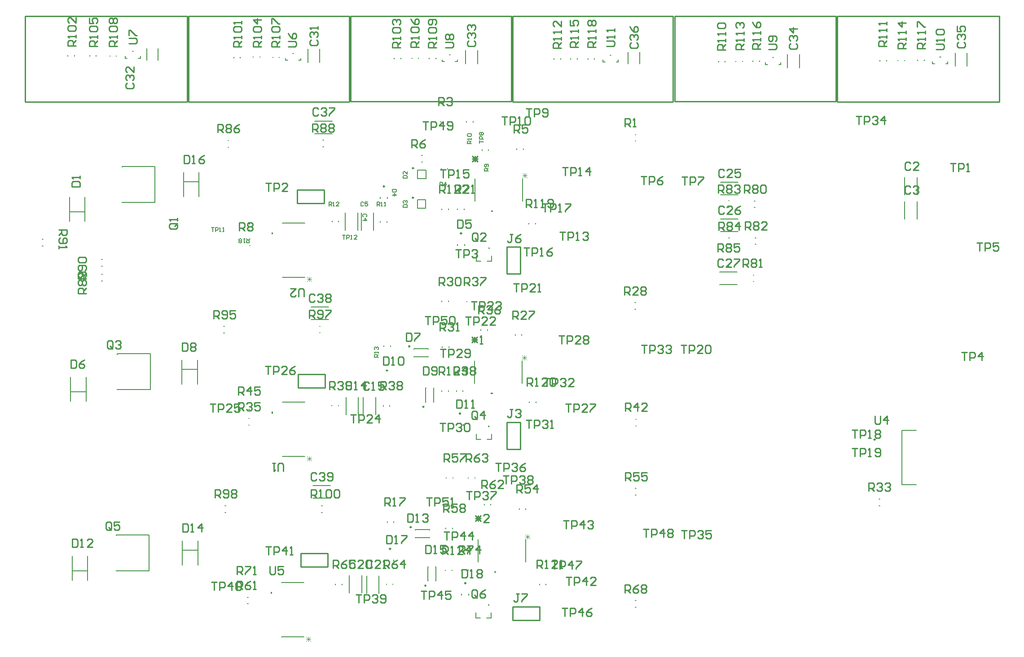
<source format=gto>
G04*
G04 #@! TF.GenerationSoftware,Altium Limited,Altium Designer,21.6.4 (81)*
G04*
G04 Layer_Color=65535*
%FSLAX44Y44*%
%MOMM*%
G71*
G04*
G04 #@! TF.SameCoordinates,237C1AA0-54E4-4B3D-89E3-81C07F55AAFC*
G04*
G04*
G04 #@! TF.FilePolarity,Positive*
G04*
G01*
G75*
%ADD10C,0.2000*%
%ADD11C,0.2500*%
%ADD12C,0.2540*%
%ADD13C,0.1524*%
%ADD14C,0.0762*%
%ADD15C,0.1270*%
G36*
X1079055Y680847D02*
X1076516D01*
Y684657D01*
X1079055D01*
Y680847D01*
D02*
G37*
G36*
X1080516Y1020953D02*
X1077976D01*
Y1024763D01*
X1080516D01*
Y1020953D01*
D02*
G37*
G36*
X1501775Y723234D02*
Y720694D01*
X1497965D01*
Y723234D01*
X1501775D01*
D02*
G37*
G36*
X1081024Y1359281D02*
X1078484D01*
Y1363091D01*
X1081024D01*
Y1359281D01*
D02*
G37*
G36*
X1495425Y1060530D02*
Y1057990D01*
X1491615D01*
Y1060530D01*
X1495425D01*
D02*
G37*
G36*
X1496187Y1404454D02*
Y1401914D01*
X1492377D01*
Y1404454D01*
X1496187D01*
D02*
G37*
D10*
X1489542Y1332958D02*
G03*
X1487542Y1332958I-1000J0D01*
G01*
D02*
G03*
X1489542Y1332958I1000J0D01*
G01*
X1488780Y659858D02*
G03*
X1486780Y659858I-1000J0D01*
G01*
D02*
G03*
X1488780Y659858I1000J0D01*
G01*
X1489034Y996662D02*
G03*
X1487034Y996662I-1000J0D01*
G01*
D02*
G03*
X1489034Y996662I1000J0D01*
G01*
X1986570Y1270100D02*
X1988022D01*
X1986570Y1282600D02*
X1988022D01*
X1923521Y1264569D02*
X1956583D01*
X1923521Y1288131D02*
X1956583D01*
X1924673Y1433733D02*
X1957735D01*
X1924673Y1457295D02*
X1957735D01*
X1925181Y1364645D02*
X1958243D01*
X1925181Y1388207D02*
X1958243D01*
X1990634Y1340458D02*
X1992086D01*
X1990634Y1352958D02*
X1992086D01*
X1939486Y1299056D02*
X1940937D01*
X1939486Y1311556D02*
X1940937D01*
X1940596Y1339950D02*
X1942048D01*
X1940596Y1352450D02*
X1942048D01*
X1940088Y1422554D02*
X1941540D01*
X1940088Y1410054D02*
X1941540D01*
X1988951Y1409800D02*
X1990402D01*
X1988951Y1422300D02*
X1990402D01*
X1485042Y1308458D02*
X1493542D01*
Y1318958D01*
X1464542Y1308458D02*
X1473042D01*
X1464542D02*
Y1318958D01*
X645864Y1337156D02*
X647315D01*
X645864Y1349656D02*
X647315D01*
X757813Y1283870D02*
X759264D01*
X757813Y1271370D02*
X759264D01*
X757813Y1311810D02*
X759264D01*
X757813Y1299310D02*
X759264D01*
X1361476Y1495652D02*
X1362928D01*
X1361476Y1508152D02*
X1362928D01*
X1309016Y815884D02*
Y817336D01*
X1296516Y815884D02*
Y817336D01*
X1399386Y1405926D02*
Y1407378D01*
X1411886Y1405926D02*
Y1407378D01*
X1399132Y1063280D02*
Y1064732D01*
X1411632Y1063280D02*
Y1064732D01*
X1405990Y724952D02*
Y726404D01*
X1418490Y724952D02*
Y726404D01*
X1563470Y1378748D02*
Y1380200D01*
X1575970Y1378748D02*
Y1380200D01*
X1564740Y1042198D02*
Y1043650D01*
X1577240Y1042198D02*
Y1043650D01*
X1583536Y698028D02*
Y699480D01*
X1596036Y698028D02*
Y699480D01*
X1159353Y1549303D02*
X1192415D01*
X1159353Y1572865D02*
X1192415D01*
X1153021Y1198529D02*
X1186083D01*
X1153021Y1222091D02*
X1186083D01*
X1156069Y861217D02*
X1189131D01*
X1156069Y884779D02*
X1189131D01*
X1353640Y1464438D02*
Y1480438D01*
X1369240D01*
X1353640Y1464438D02*
X1369240D01*
Y1480438D01*
X1353386Y1408812D02*
Y1424812D01*
X1368986D01*
X1353386Y1408812D02*
X1368986D01*
Y1424812D01*
X1398116Y1482380D02*
Y1483832D01*
X1410616Y1482380D02*
Y1483832D01*
X1373670Y1142863D02*
Y1143638D01*
X1346670D02*
X1373670D01*
X1346670Y1142863D02*
Y1143638D01*
X1373670Y1128138D02*
Y1128913D01*
X1346670Y1128138D02*
X1373670D01*
X1346670D02*
Y1128913D01*
X1368930Y1069632D02*
X1369705D01*
X1368930Y1042632D02*
Y1069632D01*
Y1042632D02*
X1369705D01*
X1383655Y1069632D02*
X1384430D01*
Y1042632D02*
Y1069632D01*
X1383655Y1042632D02*
X1384430D01*
X1372740Y732320D02*
X1373515D01*
X1372740Y705320D02*
Y732320D01*
Y705320D02*
X1373515D01*
X1387465Y732320D02*
X1388240D01*
Y705320D02*
Y732320D01*
X1387465Y705320D02*
X1388240D01*
X1376473Y801741D02*
Y802516D01*
X1349473D02*
X1376473D01*
X1349473Y801741D02*
Y802516D01*
X1376473Y787016D02*
Y787791D01*
X1349473Y787016D02*
X1376473D01*
X1349473D02*
Y787791D01*
X1428604Y1338346D02*
Y1340846D01*
X1442104Y1338346D02*
Y1340846D01*
X1426572Y998408D02*
Y1000908D01*
X1440072Y998408D02*
Y1000908D01*
X1436732Y678454D02*
Y680954D01*
X1450232Y678454D02*
Y680954D01*
X1763812Y1547522D02*
X1765264D01*
X1763812Y1535022D02*
X1765264D01*
X1461924Y899196D02*
Y900648D01*
X1449424Y899196D02*
Y900648D01*
X1764320Y668174D02*
X1765772D01*
X1764320Y655674D02*
X1765772D01*
X1484280Y635358D02*
X1492780D01*
Y645858D01*
X1463780Y635358D02*
X1472280D01*
X1463780D02*
Y645858D01*
X1449224Y725206D02*
Y726658D01*
X1436724Y725206D02*
Y726658D01*
X1553110Y1519718D02*
Y1521170D01*
X1540610Y1519718D02*
Y1521170D01*
X1441604Y1406180D02*
Y1407632D01*
X1429104Y1406180D02*
Y1407632D01*
X1550316Y1168690D02*
Y1170142D01*
X1537816Y1168690D02*
Y1170142D01*
X1763304Y1230530D02*
X1764756D01*
X1763304Y1218030D02*
X1764756D01*
X1412648Y1146338D02*
Y1147790D01*
X1400148Y1146338D02*
Y1147790D01*
X1411632Y1232190D02*
Y1233642D01*
X1399132Y1232190D02*
Y1233642D01*
X1485546Y1178248D02*
Y1179699D01*
X1473046Y1178248D02*
Y1179699D01*
X1459130Y1232096D02*
Y1233547D01*
X1446630Y1232096D02*
Y1233547D01*
X1764669Y1010566D02*
X1766120D01*
X1764669Y998066D02*
X1766120D01*
X1484534Y972162D02*
X1493034D01*
Y982662D01*
X1464034Y972162D02*
X1472534D01*
X1464034D02*
Y982662D01*
X1439318Y1063280D02*
Y1064732D01*
X1426818Y1063280D02*
Y1064732D01*
X1557936Y840522D02*
Y841974D01*
X1545436Y840522D02*
Y841974D01*
X1764415Y880010D02*
X1765866D01*
X1764415Y867510D02*
X1765866D01*
X1419506Y803946D02*
Y805398D01*
X1407006Y803946D02*
Y805398D01*
X1420268Y899196D02*
Y900648D01*
X1407768Y899196D02*
Y900648D01*
X1491896Y849158D02*
Y850610D01*
X1479396Y849158D02*
Y850610D01*
X694282Y1695740D02*
Y1697192D01*
X706782Y1695740D02*
Y1697192D01*
X747676Y1695740D02*
Y1697192D01*
X735176Y1695740D02*
Y1697192D01*
X785776Y1695232D02*
Y1696684D01*
X773276Y1695232D02*
Y1696684D01*
X802101Y1691496D02*
Y1695496D01*
X831109Y1691496D02*
Y1695496D01*
X802109Y1691492D02*
X806109D01*
X827105Y1691487D02*
X831105D01*
X815610Y1704490D02*
X817610D01*
X842944Y1688006D02*
Y1710006D01*
X864444Y1688006D02*
Y1710006D01*
X1104513Y1687592D02*
Y1691592D01*
X1133521Y1687592D02*
Y1691592D01*
X1104520Y1687588D02*
X1108521D01*
X1129517Y1687583D02*
X1133517D01*
X1118022Y1700586D02*
X1120022D01*
X1093116Y1692692D02*
Y1694144D01*
X1080616Y1692692D02*
Y1694144D01*
X1056032Y1693454D02*
Y1694906D01*
X1043532Y1693454D02*
Y1694906D01*
X1006956Y1692184D02*
Y1693636D01*
X1019456Y1692184D02*
Y1693636D01*
X1169236Y1683681D02*
Y1708743D01*
X1146736Y1683681D02*
Y1708743D01*
X1400017Y1684892D02*
Y1688892D01*
X1429025Y1684892D02*
Y1688892D01*
X1400025Y1684888D02*
X1404025D01*
X1425021Y1684883D02*
X1429021D01*
X1413526Y1697886D02*
X1415526D01*
X1388264Y1690406D02*
Y1691858D01*
X1375764Y1690406D02*
Y1691858D01*
X1355498Y1690914D02*
Y1692366D01*
X1342998Y1690914D02*
Y1692366D01*
X1309724Y1690660D02*
Y1692112D01*
X1322224Y1690660D02*
Y1692112D01*
X1466924Y1681245D02*
Y1706307D01*
X1444424Y1681245D02*
Y1706307D01*
X1703191Y1684544D02*
Y1688544D01*
X1732199Y1684544D02*
Y1688544D01*
X1703199Y1684540D02*
X1707198D01*
X1728195Y1684535D02*
X1732195D01*
X1716700Y1697538D02*
X1718700D01*
X1687476Y1689898D02*
Y1691350D01*
X1674976Y1689898D02*
Y1691350D01*
X1654964Y1689898D02*
Y1691350D01*
X1642464Y1689898D02*
Y1691350D01*
X1610714Y1689898D02*
Y1691350D01*
X1623214Y1689898D02*
Y1691350D01*
X1750994Y1681148D02*
Y1703148D01*
X1772494Y1681148D02*
Y1703148D01*
X1921356Y1684818D02*
Y1686270D01*
X1933856Y1684818D02*
Y1686270D01*
X1998626Y1685326D02*
Y1686778D01*
X1986126Y1685326D02*
Y1686778D01*
X1966622Y1685072D02*
Y1686524D01*
X1954122Y1685072D02*
Y1686524D01*
X2009769Y1679718D02*
Y1683718D01*
X2038777Y1679718D02*
Y1683718D01*
X2009776Y1679714D02*
X2013777D01*
X2034773Y1679709D02*
X2038773D01*
X2023278Y1692712D02*
X2025278D01*
X2073730Y1673521D02*
Y1698583D01*
X2051230Y1673521D02*
Y1698583D01*
X2225394Y1686452D02*
Y1687905D01*
X2237894Y1686452D02*
Y1687905D01*
X2272184Y1686596D02*
Y1688048D01*
X2259684Y1686596D02*
Y1688048D01*
X2309014Y1686850D02*
Y1688302D01*
X2296514Y1686850D02*
Y1688302D01*
X2324831Y1681082D02*
Y1685082D01*
X2353839Y1681082D02*
Y1685082D01*
X2324839Y1681078D02*
X2328839D01*
X2349835Y1681073D02*
X2353835D01*
X2338340Y1694076D02*
X2340340D01*
X2390214Y1676569D02*
Y1701631D01*
X2367714Y1676569D02*
Y1701631D01*
X2272441Y1433437D02*
Y1466499D01*
X2296003Y1433437D02*
Y1466499D01*
Y1388343D02*
Y1421405D01*
X2272441Y1388343D02*
Y1421405D01*
X2267336Y886842D02*
X2294298D01*
X2267336D02*
Y989202D01*
X2294298D01*
X2224060Y847444D02*
X2225512D01*
X2224060Y859944D02*
X2225512D01*
X1294738Y698536D02*
Y699988D01*
X1307238Y698536D02*
Y699988D01*
X1308246Y743224D02*
Y745724D01*
X1294746Y743224D02*
Y745724D01*
X1281019Y682223D02*
Y715285D01*
X1257457Y682223D02*
Y715285D01*
X1198980Y698377D02*
Y699828D01*
X1211480Y698377D02*
Y699828D01*
X1224945Y682613D02*
Y715675D01*
X1248507Y682613D02*
Y715675D01*
X1192122Y1035594D02*
Y1037046D01*
X1204622Y1035594D02*
Y1037046D01*
X1288896Y1035340D02*
Y1036792D01*
X1301396Y1035340D02*
Y1036792D01*
X1302404Y1079774D02*
Y1082274D01*
X1288904Y1079774D02*
Y1082274D01*
X785094Y724540D02*
Y725440D01*
Y790940D02*
Y791840D01*
X847294D01*
Y724540D02*
Y791840D01*
X785094Y724540D02*
X847294D01*
X787380Y1066424D02*
Y1067324D01*
Y1132824D02*
Y1133724D01*
X849580D01*
Y1066424D02*
Y1133724D01*
X787380Y1066424D02*
X849580D01*
X1174786Y1524608D02*
X1176238D01*
X1174786Y1537108D02*
X1176238D01*
X996065Y1536346D02*
X997516D01*
X996065Y1523846D02*
X997516D01*
X1283054Y1382558D02*
Y1384010D01*
X1295554Y1382558D02*
Y1384010D01*
X698162Y1401906D02*
X725762D01*
X726562Y1384056D02*
Y1429756D01*
X697362Y1384056D02*
Y1429756D01*
X1283062Y1426992D02*
Y1429492D01*
X1296562Y1426992D02*
Y1429492D01*
X988191Y1185572D02*
X989642D01*
X988191Y1173072D02*
X989642D01*
X1168690Y1173580D02*
X1170142D01*
X1168690Y1186080D02*
X1170142D01*
X990636Y847244D02*
X992088D01*
X990636Y834744D02*
X992088D01*
X1172500D02*
X1173952D01*
X1172500Y847244D02*
X1173952D01*
X910760Y763190D02*
X938360D01*
X909960Y735340D02*
Y781040D01*
X939160Y735340D02*
Y781040D01*
X702988Y724234D02*
X730588D01*
X731388Y706384D02*
Y752084D01*
X702188Y706384D02*
Y752084D01*
X910252Y1104566D02*
X937852D01*
X909452Y1076716D02*
Y1122416D01*
X938652Y1076716D02*
Y1122416D01*
X1242157Y1019281D02*
Y1052343D01*
X1218595Y1019281D02*
Y1052343D01*
X1251361Y1019027D02*
Y1052089D01*
X1274923Y1019027D02*
Y1052089D01*
X1475078Y1517686D02*
Y1519138D01*
X1487578Y1517686D02*
Y1519138D01*
X1445614Y1571280D02*
Y1572732D01*
X1458114Y1571280D02*
Y1572732D01*
X796270Y1419738D02*
X858470D01*
Y1487038D01*
X796270D02*
X858470D01*
X796270Y1486138D02*
Y1487038D01*
Y1419738D02*
Y1420638D01*
X1289912Y1147862D02*
Y1149314D01*
X1302412Y1147862D02*
Y1149314D01*
X1036356Y1379120D02*
X1037808D01*
X1036356Y1366620D02*
X1037808D01*
X1217071Y1367007D02*
Y1400069D01*
X1240633Y1367007D02*
Y1400069D01*
X1410108Y1571280D02*
Y1572732D01*
X1397608Y1571280D02*
Y1572732D01*
X1036610Y1338426D02*
X1038062D01*
X1036610Y1350926D02*
X1038062D01*
X913046Y1458134D02*
X940646D01*
X912246Y1430284D02*
Y1475984D01*
X941446Y1430284D02*
Y1475984D01*
X1204876Y1382972D02*
Y1384423D01*
X1192376Y1382972D02*
Y1384423D01*
X1247297Y1367007D02*
Y1400069D01*
X1270859Y1367007D02*
Y1400069D01*
X699940Y1062308D02*
X727540D01*
X728340Y1044458D02*
Y1090158D01*
X699140Y1044458D02*
Y1090158D01*
X1034832Y999590D02*
X1036284D01*
X1034832Y1012090D02*
X1036284D01*
X1035246Y1028800D02*
X1036697D01*
X1035246Y1041300D02*
X1036697D01*
X1032706Y662278D02*
X1034157D01*
X1032706Y674778D02*
X1034157D01*
X1032452Y690472D02*
X1033903D01*
X1032452Y702972D02*
X1033903D01*
D11*
X1346340Y1484038D02*
G03*
X1346340Y1484038I-1250J0D01*
G01*
X1346086Y1428412D02*
G03*
X1346086Y1428412I-1250J0D01*
G01*
X1339057Y1147949D02*
G03*
X1339057Y1147949I-1250J0D01*
G01*
X1365869Y1033769D02*
G03*
X1365869Y1033769I-1250J0D01*
G01*
X1369679Y696457D02*
G03*
X1369679Y696457I-1250J0D01*
G01*
X1341860Y806827D02*
G03*
X1341860Y806827I-1250J0D01*
G01*
X1436854Y1361096D02*
G03*
X1436854Y1361096I-1250J0D01*
G01*
X1434822Y1021158D02*
G03*
X1434822Y1021158I-1250J0D01*
G01*
X1444982Y701204D02*
G03*
X1444982Y701204I-1250J0D01*
G01*
X2216998Y972062D02*
G03*
X2216998Y972062I-1250J0D01*
G01*
X1302996Y765974D02*
G03*
X1302996Y765974I-1250J0D01*
G01*
X1297154Y1102524D02*
G03*
X1297154Y1102524I-1250J0D01*
G01*
X1291312Y1449742D02*
G03*
X1291312Y1449742I-1250J0D01*
G01*
D12*
X613410Y1609344D02*
X918972D01*
X613410Y1770380D02*
X918972D01*
Y1609344D02*
Y1770380D01*
X613410Y1609344D02*
Y1770380D01*
X1532636Y1609344D02*
X1835658D01*
X1532636Y1770380D02*
X1835658D01*
Y1609344D02*
Y1770380D01*
X1532636Y1609344D02*
Y1770380D01*
X1227328Y1609598D02*
X1530096D01*
X1227328Y1770380D02*
X1530096D01*
Y1609598D02*
Y1770380D01*
X1227328Y1609598D02*
Y1770380D01*
X921512Y1609344D02*
X1224534D01*
X921512Y1770380D02*
X1224534D01*
Y1609344D02*
Y1770380D01*
X921512Y1609344D02*
Y1770380D01*
X1838452Y1609598D02*
X2142490D01*
X1838452Y1770634D02*
X2142490D01*
Y1609598D02*
Y1770634D01*
X1838452Y1609598D02*
Y1770634D01*
X2145030Y1609090D02*
X2450592D01*
X2145030Y1770634D02*
X2450592D01*
Y1609090D02*
Y1770634D01*
X2145030Y1609090D02*
Y1770634D01*
X1584198Y631444D02*
Y656844D01*
X1548638D02*
X1568958D01*
X1533398Y631444D02*
Y656844D01*
Y631444D02*
X1584198D01*
X1568958Y656844D02*
X1584198D01*
X1533398D02*
X1548638D01*
X1521968Y1284840D02*
Y1300080D01*
Y1320400D02*
Y1335640D01*
X1547368Y1284840D02*
Y1335640D01*
X1521968Y1284840D02*
X1547368D01*
X1521968Y1300080D02*
Y1320400D01*
Y1335640D02*
X1547368D01*
X1521968Y1004678D02*
X1547368D01*
X1521968Y969118D02*
Y989438D01*
Y953878D02*
X1547368D01*
Y1004678D01*
X1521968Y989438D02*
Y1004678D01*
Y953878D02*
Y969118D01*
X1133602Y731774D02*
X1184402D01*
Y757174D01*
X1133602D02*
X1184402D01*
X1133602Y731774D02*
Y757174D01*
X1128414Y1069848D02*
X1179214D01*
Y1095248D01*
X1128414D02*
X1179214D01*
X1128414Y1069848D02*
Y1095248D01*
X1126490Y1417320D02*
X1177290D01*
Y1442720D01*
X1126490D02*
X1177290D01*
X1126490Y1417320D02*
Y1442720D01*
X1625863Y653793D02*
X1636020D01*
X1630941D01*
Y638559D01*
X1641098D02*
Y653793D01*
X1648716D01*
X1651255Y651254D01*
Y646176D01*
X1648716Y643637D01*
X1641098D01*
X1663951Y638559D02*
Y653793D01*
X1656333Y646176D01*
X1666490D01*
X1681725Y653793D02*
X1676647Y651254D01*
X1671568Y646176D01*
Y641098D01*
X1674107Y638559D01*
X1679186D01*
X1681725Y641098D01*
Y643637D01*
X1679186Y646176D01*
X1671568D01*
X1544825Y680969D02*
X1539746D01*
X1542285D01*
Y668273D01*
X1539746Y665734D01*
X1537207D01*
X1534668Y668273D01*
X1549903Y680969D02*
X1560060D01*
Y678430D01*
X1549903Y668273D01*
Y665734D01*
X1370584Y862579D02*
X1380741D01*
X1375662D01*
Y847344D01*
X1385819D02*
Y862579D01*
X1393437D01*
X1395976Y860040D01*
Y854961D01*
X1393437Y852422D01*
X1385819D01*
X1411211Y862579D02*
X1401054D01*
Y854961D01*
X1406133Y857501D01*
X1408672D01*
X1411211Y854961D01*
Y849883D01*
X1408672Y847344D01*
X1403593D01*
X1401054Y849883D01*
X1416289Y847344D02*
X1421368D01*
X1418828D01*
Y862579D01*
X1416289Y860040D01*
X1367790Y1204209D02*
X1377947D01*
X1372868D01*
Y1188974D01*
X1383025D02*
Y1204209D01*
X1390643D01*
X1393182Y1201670D01*
Y1196591D01*
X1390643Y1194052D01*
X1383025D01*
X1408417Y1204209D02*
X1398260D01*
Y1196591D01*
X1403338Y1199131D01*
X1405878D01*
X1408417Y1196591D01*
Y1191513D01*
X1405878Y1188974D01*
X1400799D01*
X1398260Y1191513D01*
X1413495Y1201670D02*
X1416034Y1204209D01*
X1421113D01*
X1423652Y1201670D01*
Y1191513D01*
X1421113Y1188974D01*
X1416034D01*
X1413495Y1191513D01*
Y1201670D01*
X1363472Y1571747D02*
X1373629D01*
X1368550D01*
Y1556512D01*
X1378707D02*
Y1571747D01*
X1386325D01*
X1388864Y1569208D01*
Y1564129D01*
X1386325Y1561590D01*
X1378707D01*
X1401560Y1556512D02*
Y1571747D01*
X1393942Y1564129D01*
X1404099D01*
X1409177Y1559051D02*
X1411716Y1556512D01*
X1416795D01*
X1419334Y1559051D01*
Y1569208D01*
X1416795Y1571747D01*
X1411716D01*
X1409177Y1569208D01*
Y1566669D01*
X1411716Y1564129D01*
X1419334D01*
X1291844Y846836D02*
Y862071D01*
X1299462D01*
X1302001Y859532D01*
Y854454D01*
X1299462Y851914D01*
X1291844D01*
X1296922D02*
X1302001Y846836D01*
X1307079D02*
X1312157D01*
X1309618D01*
Y862071D01*
X1307079Y859532D01*
X1319775Y862071D02*
X1329932D01*
Y859532D01*
X1319775Y849375D01*
Y846836D01*
X1342136Y1522984D02*
Y1538219D01*
X1349754D01*
X1352293Y1535680D01*
Y1530602D01*
X1349754Y1528062D01*
X1342136D01*
X1347214D02*
X1352293Y1522984D01*
X1367528Y1538219D02*
X1362449Y1535680D01*
X1357371Y1530602D01*
Y1525523D01*
X1359910Y1522984D01*
X1364989D01*
X1367528Y1525523D01*
Y1528062D01*
X1364989Y1530602D01*
X1357371D01*
X1401318Y755904D02*
Y771139D01*
X1408936D01*
X1411475Y768600D01*
Y763521D01*
X1408936Y760982D01*
X1401318D01*
X1406396D02*
X1411475Y755904D01*
X1416553D02*
X1421631D01*
X1419092D01*
Y771139D01*
X1416553Y768600D01*
X1439406Y755904D02*
X1429249D01*
X1439406Y766061D01*
Y768600D01*
X1436866Y771139D01*
X1431788D01*
X1429249Y768600D01*
X1452102Y755904D02*
Y771139D01*
X1444484Y763521D01*
X1454641D01*
X1394460Y1094232D02*
Y1109467D01*
X1402077D01*
X1404617Y1106928D01*
Y1101850D01*
X1402077Y1099310D01*
X1394460D01*
X1399538D02*
X1404617Y1094232D01*
X1409695D02*
X1414773D01*
X1412234D01*
Y1109467D01*
X1409695Y1106928D01*
X1432548Y1094232D02*
X1422391D01*
X1432548Y1104389D01*
Y1106928D01*
X1430009Y1109467D01*
X1424930D01*
X1422391Y1106928D01*
X1437626D02*
X1440165Y1109467D01*
X1445244D01*
X1447783Y1106928D01*
Y1104389D01*
X1445244Y1101850D01*
X1442704D01*
X1445244D01*
X1447783Y1099310D01*
Y1096771D01*
X1445244Y1094232D01*
X1440165D01*
X1437626Y1096771D01*
X1394714Y1436878D02*
Y1452113D01*
X1402332D01*
X1404871Y1449574D01*
Y1444496D01*
X1402332Y1441956D01*
X1394714D01*
X1399792D02*
X1404871Y1436878D01*
X1409949D02*
X1415027D01*
X1412488D01*
Y1452113D01*
X1409949Y1449574D01*
X1432802Y1436878D02*
X1422645D01*
X1432802Y1447035D01*
Y1449574D01*
X1430262Y1452113D01*
X1425184D01*
X1422645Y1449574D01*
X1448037Y1436878D02*
X1437880D01*
X1448037Y1447035D01*
Y1449574D01*
X1445498Y1452113D01*
X1440419D01*
X1437880Y1449574D01*
X1578864Y728980D02*
Y744215D01*
X1586481D01*
X1589021Y741676D01*
Y736598D01*
X1586481Y734058D01*
X1578864D01*
X1583942D02*
X1589021Y728980D01*
X1594099D02*
X1599177D01*
X1596638D01*
Y744215D01*
X1594099Y741676D01*
X1616952Y728980D02*
X1606795D01*
X1616952Y739137D01*
Y741676D01*
X1614413Y744215D01*
X1609334D01*
X1606795Y741676D01*
X1622030Y728980D02*
X1627108D01*
X1624569D01*
Y744215D01*
X1622030Y741676D01*
X1560068Y1073150D02*
Y1088385D01*
X1567686D01*
X1570225Y1085846D01*
Y1080768D01*
X1567686Y1078228D01*
X1560068D01*
X1565146D02*
X1570225Y1073150D01*
X1575303D02*
X1580381D01*
X1577842D01*
Y1088385D01*
X1575303Y1085846D01*
X1598156Y1073150D02*
X1587999D01*
X1598156Y1083307D01*
Y1085846D01*
X1595616Y1088385D01*
X1590538D01*
X1587999Y1085846D01*
X1603234D02*
X1605773Y1088385D01*
X1610852D01*
X1613391Y1085846D01*
Y1075689D01*
X1610852Y1073150D01*
X1605773D01*
X1603234Y1075689D01*
Y1085846D01*
X1558798Y1409700D02*
Y1424935D01*
X1566416D01*
X1568955Y1422396D01*
Y1417318D01*
X1566416Y1414778D01*
X1558798D01*
X1563876D02*
X1568955Y1409700D01*
X1574033D02*
X1579111D01*
X1576572D01*
Y1424935D01*
X1574033Y1422396D01*
X1586729Y1409700D02*
X1591807D01*
X1589268D01*
Y1424935D01*
X1586729Y1422396D01*
X1599425Y1412239D02*
X1601964Y1409700D01*
X1607042D01*
X1609582Y1412239D01*
Y1422396D01*
X1607042Y1424935D01*
X1601964D01*
X1599425Y1422396D01*
Y1419857D01*
X1601964Y1417318D01*
X1609582D01*
X1462532Y828036D02*
X1472689Y817879D01*
X1462532D02*
X1472689Y828036D01*
X1462532Y822958D02*
X1472689D01*
X1467610Y817879D02*
Y828036D01*
X1487924Y815340D02*
X1477767D01*
X1487924Y825497D01*
Y828036D01*
X1485385Y830575D01*
X1480306D01*
X1477767Y828036D01*
X1456182Y1165348D02*
X1466339Y1155191D01*
X1456182D02*
X1466339Y1165348D01*
X1456182Y1160269D02*
X1466339D01*
X1461260Y1155191D02*
Y1165348D01*
X1471417Y1152652D02*
X1476495D01*
X1473956D01*
Y1167887D01*
X1471417Y1165348D01*
X1162809Y907030D02*
X1160269Y909569D01*
X1155191D01*
X1152652Y907030D01*
Y896873D01*
X1155191Y894334D01*
X1160269D01*
X1162809Y896873D01*
X1167887Y907030D02*
X1170426Y909569D01*
X1175505D01*
X1178044Y907030D01*
Y904491D01*
X1175505Y901952D01*
X1172965D01*
X1175505D01*
X1178044Y899412D01*
Y896873D01*
X1175505Y894334D01*
X1170426D01*
X1167887Y896873D01*
X1183122D02*
X1185661Y894334D01*
X1190740D01*
X1193279Y896873D01*
Y907030D01*
X1190740Y909569D01*
X1185661D01*
X1183122Y907030D01*
Y904491D01*
X1185661Y901952D01*
X1193279D01*
X1159761Y1244342D02*
X1157222Y1246881D01*
X1152143D01*
X1149604Y1244342D01*
Y1234185D01*
X1152143Y1231646D01*
X1157222D01*
X1159761Y1234185D01*
X1164839Y1244342D02*
X1167378Y1246881D01*
X1172457D01*
X1174996Y1244342D01*
Y1241803D01*
X1172457Y1239264D01*
X1169917D01*
X1172457D01*
X1174996Y1236724D01*
Y1234185D01*
X1172457Y1231646D01*
X1167378D01*
X1164839Y1234185D01*
X1180074Y1244342D02*
X1182613Y1246881D01*
X1187692D01*
X1190231Y1244342D01*
Y1241803D01*
X1187692Y1239264D01*
X1190231Y1236724D01*
Y1234185D01*
X1187692Y1231646D01*
X1182613D01*
X1180074Y1234185D01*
Y1236724D01*
X1182613Y1239264D01*
X1180074Y1241803D01*
Y1244342D01*
X1182613Y1239264D02*
X1187692D01*
X1166111Y1595116D02*
X1163571Y1597655D01*
X1158493D01*
X1155954Y1595116D01*
Y1584959D01*
X1158493Y1582420D01*
X1163571D01*
X1166111Y1584959D01*
X1171189Y1595116D02*
X1173728Y1597655D01*
X1178807D01*
X1181346Y1595116D01*
Y1592577D01*
X1178807Y1590038D01*
X1176267D01*
X1178807D01*
X1181346Y1587498D01*
Y1584959D01*
X1178807Y1582420D01*
X1173728D01*
X1171189Y1584959D01*
X1186424Y1597655D02*
X1196581D01*
Y1595116D01*
X1186424Y1584959D01*
Y1582420D01*
X1368552Y772409D02*
Y757174D01*
X1376169D01*
X1378709Y759713D01*
Y769870D01*
X1376169Y772409D01*
X1368552D01*
X1383787Y757174D02*
X1388865D01*
X1386326D01*
Y772409D01*
X1383787Y769870D01*
X1406640Y772409D02*
X1396483D01*
Y764791D01*
X1401561Y767331D01*
X1404100D01*
X1406640Y764791D01*
Y759713D01*
X1404100Y757174D01*
X1399022D01*
X1396483Y759713D01*
X1364742Y1109721D02*
Y1094486D01*
X1372359D01*
X1374899Y1097025D01*
Y1107182D01*
X1372359Y1109721D01*
X1364742D01*
X1379977Y1097025D02*
X1382516Y1094486D01*
X1387595D01*
X1390134Y1097025D01*
Y1107182D01*
X1387595Y1109721D01*
X1382516D01*
X1379977Y1107182D01*
Y1104643D01*
X1382516Y1102104D01*
X1390134D01*
X1331976Y1173221D02*
Y1157986D01*
X1339594D01*
X1342133Y1160525D01*
Y1170682D01*
X1339594Y1173221D01*
X1331976D01*
X1347211D02*
X1357368D01*
Y1170682D01*
X1347211Y1160525D01*
Y1157986D01*
X1334770Y832099D02*
Y816864D01*
X1342388D01*
X1344927Y819403D01*
Y829560D01*
X1342388Y832099D01*
X1334770D01*
X1350005Y816864D02*
X1355083D01*
X1352544D01*
Y832099D01*
X1350005Y829560D01*
X1362701D02*
X1365240Y832099D01*
X1370318D01*
X1372858Y829560D01*
Y827021D01*
X1370318Y824482D01*
X1367779D01*
X1370318D01*
X1372858Y821942D01*
Y819403D01*
X1370318Y816864D01*
X1365240D01*
X1362701Y819403D01*
X1437386Y726435D02*
Y711200D01*
X1445004D01*
X1447543Y713739D01*
Y723896D01*
X1445004Y726435D01*
X1437386D01*
X1452621Y711200D02*
X1457699D01*
X1455160D01*
Y726435D01*
X1452621Y723896D01*
X1465317D02*
X1467856Y726435D01*
X1472935D01*
X1475474Y723896D01*
Y721357D01*
X1472935Y718818D01*
X1475474Y716278D01*
Y713739D01*
X1472935Y711200D01*
X1467856D01*
X1465317Y713739D01*
Y716278D01*
X1467856Y718818D01*
X1465317Y721357D01*
Y723896D01*
X1467856Y718818D02*
X1472935D01*
X1427226Y1046475D02*
Y1031240D01*
X1434843D01*
X1437383Y1033779D01*
Y1043936D01*
X1434843Y1046475D01*
X1427226D01*
X1442461Y1031240D02*
X1447539D01*
X1445000D01*
Y1046475D01*
X1442461Y1043936D01*
X1455157Y1031240D02*
X1460235D01*
X1457696D01*
Y1046475D01*
X1455157Y1043936D01*
X1429258Y1386327D02*
Y1371092D01*
X1436875D01*
X1439415Y1373631D01*
Y1383788D01*
X1436875Y1386327D01*
X1429258D01*
X1454650D02*
X1444493D01*
Y1378710D01*
X1449571Y1381249D01*
X1452111D01*
X1454650Y1378710D01*
Y1373631D01*
X1452111Y1371092D01*
X1447032D01*
X1444493Y1373631D01*
X1779270Y803397D02*
X1789427D01*
X1784348D01*
Y788162D01*
X1794505D02*
Y803397D01*
X1802123D01*
X1804662Y800858D01*
Y795779D01*
X1802123Y793240D01*
X1794505D01*
X1817358Y788162D02*
Y803397D01*
X1809740Y795779D01*
X1819897D01*
X1824975Y800858D02*
X1827514Y803397D01*
X1832593D01*
X1835132Y800858D01*
Y798319D01*
X1832593Y795779D01*
X1835132Y793240D01*
Y790701D01*
X1832593Y788162D01*
X1827514D01*
X1824975Y790701D01*
Y793240D01*
X1827514Y795779D01*
X1824975Y798319D01*
Y800858D01*
X1827514Y795779D02*
X1832593D01*
X1606804Y742945D02*
X1616961D01*
X1611882D01*
Y727710D01*
X1622039D02*
Y742945D01*
X1629657D01*
X1632196Y740406D01*
Y735328D01*
X1629657Y732788D01*
X1622039D01*
X1644892Y727710D02*
Y742945D01*
X1637274Y735328D01*
X1647431D01*
X1652509Y742945D02*
X1662666D01*
Y740406D01*
X1652509Y730249D01*
Y727710D01*
X1359925Y686560D02*
X1370082D01*
X1365003D01*
Y671324D01*
X1375160D02*
Y686560D01*
X1382778D01*
X1385317Y684020D01*
Y678942D01*
X1382778Y676403D01*
X1375160D01*
X1398013Y671324D02*
Y686560D01*
X1390395Y678942D01*
X1400552D01*
X1415787Y686560D02*
X1405630D01*
Y678942D01*
X1410709Y681481D01*
X1413248D01*
X1415787Y678942D01*
Y673864D01*
X1413248Y671324D01*
X1408169D01*
X1405630Y673864D01*
X1403604Y798317D02*
X1413761D01*
X1408682D01*
Y783082D01*
X1418839D02*
Y798317D01*
X1426457D01*
X1428996Y795778D01*
Y790699D01*
X1426457Y788160D01*
X1418839D01*
X1441692Y783082D02*
Y798317D01*
X1434074Y790699D01*
X1444231D01*
X1456927Y783082D02*
Y798317D01*
X1449309Y790699D01*
X1459466D01*
X1628394Y819399D02*
X1638551D01*
X1633472D01*
Y804164D01*
X1643629D02*
Y819399D01*
X1651247D01*
X1653786Y816860D01*
Y811781D01*
X1651247Y809242D01*
X1643629D01*
X1666482Y804164D02*
Y819399D01*
X1658864Y811781D01*
X1669021D01*
X1674099Y816860D02*
X1676638Y819399D01*
X1681717D01*
X1684256Y816860D01*
Y814321D01*
X1681717Y811781D01*
X1679178D01*
X1681717D01*
X1684256Y809242D01*
Y806703D01*
X1681717Y804164D01*
X1676638D01*
X1674099Y806703D01*
X1633982Y712465D02*
X1644139D01*
X1639060D01*
Y697230D01*
X1649217D02*
Y712465D01*
X1656835D01*
X1659374Y709926D01*
Y704847D01*
X1656835Y702308D01*
X1649217D01*
X1672070Y697230D02*
Y712465D01*
X1664452Y704847D01*
X1674609D01*
X1689844Y697230D02*
X1679687D01*
X1689844Y707387D01*
Y709926D01*
X1687305Y712465D01*
X1682226D01*
X1679687Y709926D01*
X2180844Y1581653D02*
X2191001D01*
X2185922D01*
Y1566418D01*
X2196079D02*
Y1581653D01*
X2203697D01*
X2206236Y1579114D01*
Y1574035D01*
X2203697Y1571496D01*
X2196079D01*
X2211314Y1579114D02*
X2213853Y1581653D01*
X2218932D01*
X2221471Y1579114D01*
Y1576575D01*
X2218932Y1574035D01*
X2216393D01*
X2218932D01*
X2221471Y1571496D01*
Y1568957D01*
X2218932Y1566418D01*
X2213853D01*
X2211314Y1568957D01*
X2234167Y1566418D02*
Y1581653D01*
X2226549Y1574035D01*
X2236706D01*
X1432052Y756158D02*
Y771393D01*
X1439669D01*
X1442209Y768854D01*
Y763775D01*
X1439669Y761236D01*
X1432052D01*
X1437130D02*
X1442209Y756158D01*
X1447287Y771393D02*
X1457444D01*
Y768854D01*
X1447287Y758697D01*
Y756158D01*
X1470140D02*
Y771393D01*
X1462522Y763775D01*
X1472679D01*
X1744980Y683006D02*
Y698241D01*
X1752598D01*
X1755137Y695702D01*
Y690623D01*
X1752598Y688084D01*
X1744980D01*
X1750058D02*
X1755137Y683006D01*
X1770372Y698241D02*
X1765293Y695702D01*
X1760215Y690623D01*
Y685545D01*
X1762754Y683006D01*
X1767833D01*
X1770372Y685545D01*
Y688084D01*
X1767833Y690623D01*
X1760215D01*
X1775450Y695702D02*
X1777989Y698241D01*
X1783068D01*
X1785607Y695702D01*
Y693163D01*
X1783068Y690623D01*
X1785607Y688084D01*
Y685545D01*
X1783068Y683006D01*
X1777989D01*
X1775450Y685545D01*
Y688084D01*
X1777989Y690623D01*
X1775450Y693163D01*
Y695702D01*
X1777989Y690623D02*
X1783068D01*
X1444752Y930148D02*
Y945383D01*
X1452370D01*
X1454909Y942844D01*
Y937766D01*
X1452370Y935226D01*
X1444752D01*
X1449830D02*
X1454909Y930148D01*
X1470144Y945383D02*
X1465065Y942844D01*
X1459987Y937766D01*
Y932687D01*
X1462526Y930148D01*
X1467605D01*
X1470144Y932687D01*
Y935226D01*
X1467605Y937766D01*
X1459987D01*
X1475222Y942844D02*
X1477761Y945383D01*
X1482840D01*
X1485379Y942844D01*
Y940305D01*
X1482840Y937766D01*
X1480300D01*
X1482840D01*
X1485379Y935226D01*
Y932687D01*
X1482840Y930148D01*
X1477761D01*
X1475222Y932687D01*
X1744472Y1562354D02*
Y1577589D01*
X1752090D01*
X1754629Y1575050D01*
Y1569971D01*
X1752090Y1567432D01*
X1744472D01*
X1749550D02*
X1754629Y1562354D01*
X1759707D02*
X1764785D01*
X1762246D01*
Y1577589D01*
X1759707Y1575050D01*
X1466085Y675893D02*
Y686050D01*
X1463546Y688589D01*
X1458467D01*
X1455928Y686050D01*
Y675893D01*
X1458467Y673354D01*
X1463546D01*
X1461006Y678432D02*
X1466085Y673354D01*
X1463546D02*
X1466085Y675893D01*
X1481320Y688589D02*
X1476241Y686050D01*
X1471163Y680972D01*
Y675893D01*
X1473702Y673354D01*
X1478781D01*
X1481320Y675893D01*
Y678432D01*
X1478781Y680972D01*
X1471163D01*
X1515618Y903981D02*
X1525775D01*
X1520696D01*
Y888746D01*
X1530853D02*
Y903981D01*
X1538471D01*
X1541010Y901442D01*
Y896364D01*
X1538471Y893824D01*
X1530853D01*
X1546088Y901442D02*
X1548627Y903981D01*
X1553706D01*
X1556245Y901442D01*
Y898903D01*
X1553706Y896364D01*
X1551167D01*
X1553706D01*
X1556245Y893824D01*
Y891285D01*
X1553706Y888746D01*
X1548627D01*
X1546088Y891285D01*
X1561323Y901442D02*
X1563862Y903981D01*
X1568941D01*
X1571480Y901442D01*
Y898903D01*
X1568941Y896364D01*
X1571480Y893824D01*
Y891285D01*
X1568941Y888746D01*
X1563862D01*
X1561323Y891285D01*
Y893824D01*
X1563862Y896364D01*
X1561323Y898903D01*
Y901442D01*
X1563862Y896364D02*
X1568941D01*
X1446022Y874009D02*
X1456179D01*
X1451100D01*
Y858774D01*
X1461257D02*
Y874009D01*
X1468875D01*
X1471414Y871470D01*
Y866392D01*
X1468875Y863852D01*
X1461257D01*
X1476492Y871470D02*
X1479031Y874009D01*
X1484110D01*
X1486649Y871470D01*
Y868931D01*
X1484110Y866392D01*
X1481570D01*
X1484110D01*
X1486649Y863852D01*
Y861313D01*
X1484110Y858774D01*
X1479031D01*
X1476492Y861313D01*
X1491727Y874009D02*
X1501884D01*
Y871470D01*
X1491727Y861313D01*
Y858774D01*
X1500641Y927606D02*
X1510798D01*
X1505719D01*
Y912371D01*
X1515876D02*
Y927606D01*
X1523494D01*
X1526033Y925066D01*
Y919988D01*
X1523494Y917449D01*
X1515876D01*
X1531111Y925066D02*
X1533650Y927606D01*
X1538729D01*
X1541268Y925066D01*
Y922527D01*
X1538729Y919988D01*
X1536190D01*
X1538729D01*
X1541268Y917449D01*
Y914910D01*
X1538729Y912371D01*
X1533650D01*
X1531111Y914910D01*
X1556503Y927606D02*
X1551425Y925066D01*
X1546346Y919988D01*
Y914910D01*
X1548885Y912371D01*
X1553964D01*
X1556503Y914910D01*
Y917449D01*
X1553964Y919988D01*
X1546346D01*
X1851152Y800603D02*
X1861309D01*
X1856230D01*
Y785368D01*
X1866387D02*
Y800603D01*
X1874005D01*
X1876544Y798064D01*
Y792986D01*
X1874005Y790446D01*
X1866387D01*
X1881622Y798064D02*
X1884161Y800603D01*
X1889240D01*
X1891779Y798064D01*
Y795525D01*
X1889240Y792986D01*
X1886700D01*
X1889240D01*
X1891779Y790446D01*
Y787907D01*
X1889240Y785368D01*
X1884161D01*
X1881622Y787907D01*
X1907014Y800603D02*
X1896857D01*
Y792986D01*
X1901936Y795525D01*
X1904475D01*
X1907014Y792986D01*
Y787907D01*
X1904475Y785368D01*
X1899396D01*
X1896857Y787907D01*
X1776222Y1149853D02*
X1786379D01*
X1781300D01*
Y1134618D01*
X1791457D02*
Y1149853D01*
X1799075D01*
X1801614Y1147314D01*
Y1142235D01*
X1799075Y1139696D01*
X1791457D01*
X1806692Y1147314D02*
X1809231Y1149853D01*
X1814310D01*
X1816849Y1147314D01*
Y1144775D01*
X1814310Y1142235D01*
X1811770D01*
X1814310D01*
X1816849Y1139696D01*
Y1137157D01*
X1814310Y1134618D01*
X1809231D01*
X1806692Y1137157D01*
X1821927Y1147314D02*
X1824466Y1149853D01*
X1829545D01*
X1832084Y1147314D01*
Y1144775D01*
X1829545Y1142235D01*
X1827006D01*
X1829545D01*
X1832084Y1139696D01*
Y1137157D01*
X1829545Y1134618D01*
X1824466D01*
X1821927Y1137157D01*
X1592326Y1087877D02*
X1602483D01*
X1597404D01*
Y1072642D01*
X1607561D02*
Y1087877D01*
X1615179D01*
X1617718Y1085338D01*
Y1080259D01*
X1615179Y1077720D01*
X1607561D01*
X1622796Y1085338D02*
X1625335Y1087877D01*
X1630414D01*
X1632953Y1085338D01*
Y1082799D01*
X1630414Y1080259D01*
X1627874D01*
X1630414D01*
X1632953Y1077720D01*
Y1075181D01*
X1630414Y1072642D01*
X1625335D01*
X1622796Y1075181D01*
X1648188Y1072642D02*
X1638031D01*
X1648188Y1082799D01*
Y1085338D01*
X1645649Y1087877D01*
X1640570D01*
X1638031Y1085338D01*
X1558544Y1008375D02*
X1568701D01*
X1563622D01*
Y993140D01*
X1573779D02*
Y1008375D01*
X1581397D01*
X1583936Y1005836D01*
Y1000758D01*
X1581397Y998218D01*
X1573779D01*
X1589014Y1005836D02*
X1591553Y1008375D01*
X1596632D01*
X1599171Y1005836D01*
Y1003297D01*
X1596632Y1000758D01*
X1594093D01*
X1596632D01*
X1599171Y998218D01*
Y995679D01*
X1596632Y993140D01*
X1591553D01*
X1589014Y995679D01*
X1604249Y993140D02*
X1609328D01*
X1606788D01*
Y1008375D01*
X1604249Y1005836D01*
X1396238Y1003041D02*
X1406395D01*
X1401316D01*
Y987806D01*
X1411473D02*
Y1003041D01*
X1419091D01*
X1421630Y1000502D01*
Y995424D01*
X1419091Y992884D01*
X1411473D01*
X1426708Y1000502D02*
X1429247Y1003041D01*
X1434326D01*
X1436865Y1000502D01*
Y997963D01*
X1434326Y995424D01*
X1431786D01*
X1434326D01*
X1436865Y992884D01*
Y990345D01*
X1434326Y987806D01*
X1429247D01*
X1426708Y990345D01*
X1441943Y1000502D02*
X1444482Y1003041D01*
X1449561D01*
X1452100Y1000502D01*
Y990345D01*
X1449561Y987806D01*
X1444482D01*
X1441943Y990345D01*
Y1000502D01*
X1396746Y1142741D02*
X1406903D01*
X1401824D01*
Y1127506D01*
X1411981D02*
Y1142741D01*
X1419599D01*
X1422138Y1140202D01*
Y1135124D01*
X1419599Y1132584D01*
X1411981D01*
X1437373Y1127506D02*
X1427216D01*
X1437373Y1137663D01*
Y1140202D01*
X1434834Y1142741D01*
X1429755D01*
X1427216Y1140202D01*
X1442451Y1130045D02*
X1444990Y1127506D01*
X1450069D01*
X1452608Y1130045D01*
Y1140202D01*
X1450069Y1142741D01*
X1444990D01*
X1442451Y1140202D01*
Y1137663D01*
X1444990Y1135124D01*
X1452608D01*
X1620520Y1168141D02*
X1630677D01*
X1625598D01*
Y1152906D01*
X1635755D02*
Y1168141D01*
X1643373D01*
X1645912Y1165602D01*
Y1160524D01*
X1643373Y1157984D01*
X1635755D01*
X1661147Y1152906D02*
X1650990D01*
X1661147Y1163063D01*
Y1165602D01*
X1658608Y1168141D01*
X1653529D01*
X1650990Y1165602D01*
X1666225D02*
X1668764Y1168141D01*
X1673843D01*
X1676382Y1165602D01*
Y1163063D01*
X1673843Y1160524D01*
X1676382Y1157984D01*
Y1155445D01*
X1673843Y1152906D01*
X1668764D01*
X1666225Y1155445D01*
Y1157984D01*
X1668764Y1160524D01*
X1666225Y1163063D01*
Y1165602D01*
X1668764Y1160524D02*
X1673843D01*
X1632712Y1039363D02*
X1642869D01*
X1637790D01*
Y1024128D01*
X1647947D02*
Y1039363D01*
X1655565D01*
X1658104Y1036824D01*
Y1031746D01*
X1655565Y1029206D01*
X1647947D01*
X1673339Y1024128D02*
X1663182D01*
X1673339Y1034285D01*
Y1036824D01*
X1670800Y1039363D01*
X1665721D01*
X1663182Y1036824D01*
X1678417Y1039363D02*
X1688574D01*
Y1036824D01*
X1678417Y1026667D01*
Y1024128D01*
X1455184Y1231898D02*
X1465341D01*
X1460262D01*
Y1216663D01*
X1470419D02*
Y1231898D01*
X1478037D01*
X1480576Y1229358D01*
Y1224280D01*
X1478037Y1221741D01*
X1470419D01*
X1495811Y1216663D02*
X1485654D01*
X1495811Y1226819D01*
Y1229358D01*
X1493272Y1231898D01*
X1488193D01*
X1485654Y1229358D01*
X1500889D02*
X1503428Y1231898D01*
X1508507D01*
X1511046Y1229358D01*
Y1226819D01*
X1508507Y1224280D01*
X1505968D01*
X1508507D01*
X1511046Y1221741D01*
Y1219202D01*
X1508507Y1216663D01*
X1503428D01*
X1500889Y1219202D01*
X1443736Y1203193D02*
X1453893D01*
X1448814D01*
Y1187958D01*
X1458971D02*
Y1203193D01*
X1466589D01*
X1469128Y1200654D01*
Y1195575D01*
X1466589Y1193036D01*
X1458971D01*
X1484363Y1187958D02*
X1474206D01*
X1484363Y1198115D01*
Y1200654D01*
X1481824Y1203193D01*
X1476745D01*
X1474206Y1200654D01*
X1499598Y1187958D02*
X1489441D01*
X1499598Y1198115D01*
Y1200654D01*
X1497059Y1203193D01*
X1491980D01*
X1489441Y1200654D01*
X1534922Y1266185D02*
X1545079D01*
X1540000D01*
Y1250950D01*
X1550157D02*
Y1266185D01*
X1557775D01*
X1560314Y1263646D01*
Y1258568D01*
X1557775Y1256028D01*
X1550157D01*
X1575549Y1250950D02*
X1565392D01*
X1575549Y1261107D01*
Y1263646D01*
X1573010Y1266185D01*
X1567931D01*
X1565392Y1263646D01*
X1580627Y1250950D02*
X1585706D01*
X1583166D01*
Y1266185D01*
X1580627Y1263646D01*
X1850644Y1149853D02*
X1860801D01*
X1855722D01*
Y1134618D01*
X1865879D02*
Y1149853D01*
X1873497D01*
X1876036Y1147314D01*
Y1142235D01*
X1873497Y1139696D01*
X1865879D01*
X1891271Y1134618D02*
X1881114D01*
X1891271Y1144775D01*
Y1147314D01*
X1888732Y1149853D01*
X1883653D01*
X1881114Y1147314D01*
X1896349D02*
X1898888Y1149853D01*
X1903967D01*
X1906506Y1147314D01*
Y1137157D01*
X1903967Y1134618D01*
X1898888D01*
X1896349Y1137157D01*
Y1147314D01*
X1588770Y1416553D02*
X1598927D01*
X1593848D01*
Y1401318D01*
X1604005D02*
Y1416553D01*
X1611623D01*
X1614162Y1414014D01*
Y1408936D01*
X1611623Y1406396D01*
X1604005D01*
X1619240Y1401318D02*
X1624319D01*
X1621779D01*
Y1416553D01*
X1619240Y1414014D01*
X1631936Y1416553D02*
X1642093D01*
Y1414014D01*
X1631936Y1403857D01*
Y1401318D01*
X1553972Y1334003D02*
X1564129D01*
X1559050D01*
Y1318768D01*
X1569207D02*
Y1334003D01*
X1576825D01*
X1579364Y1331464D01*
Y1326385D01*
X1576825Y1323846D01*
X1569207D01*
X1584442Y1318768D02*
X1589521D01*
X1586981D01*
Y1334003D01*
X1584442Y1331464D01*
X1607295Y1334003D02*
X1602216Y1331464D01*
X1597138Y1326385D01*
Y1321307D01*
X1599677Y1318768D01*
X1604756D01*
X1607295Y1321307D01*
Y1323846D01*
X1604756Y1326385D01*
X1597138D01*
X1396492Y1481069D02*
X1406649D01*
X1401570D01*
Y1465834D01*
X1411727D02*
Y1481069D01*
X1419345D01*
X1421884Y1478530D01*
Y1473452D01*
X1419345Y1470912D01*
X1411727D01*
X1426962Y1465834D02*
X1432041D01*
X1429501D01*
Y1481069D01*
X1426962Y1478530D01*
X1449815Y1481069D02*
X1439658D01*
Y1473452D01*
X1444736Y1475991D01*
X1447276D01*
X1449815Y1473452D01*
Y1468373D01*
X1447276Y1465834D01*
X1442197D01*
X1439658Y1468373D01*
X1627378Y1485641D02*
X1637535D01*
X1632456D01*
Y1470406D01*
X1642613D02*
Y1485641D01*
X1650231D01*
X1652770Y1483102D01*
Y1478024D01*
X1650231Y1475484D01*
X1642613D01*
X1657848Y1470406D02*
X1662926D01*
X1660387D01*
Y1485641D01*
X1657848Y1483102D01*
X1678162Y1470406D02*
Y1485641D01*
X1670544Y1478024D01*
X1680701D01*
X1622298Y1363213D02*
X1632455D01*
X1627376D01*
Y1347978D01*
X1637533D02*
Y1363213D01*
X1645151D01*
X1647690Y1360674D01*
Y1355596D01*
X1645151Y1353056D01*
X1637533D01*
X1652768Y1347978D02*
X1657847D01*
X1655307D01*
Y1363213D01*
X1652768Y1360674D01*
X1665464D02*
X1668003Y1363213D01*
X1673082D01*
X1675621Y1360674D01*
Y1358135D01*
X1673082Y1355596D01*
X1670542D01*
X1673082D01*
X1675621Y1353056D01*
Y1350517D01*
X1673082Y1347978D01*
X1668003D01*
X1665464Y1350517D01*
X1512824Y1580891D02*
X1522981D01*
X1517902D01*
Y1565656D01*
X1528059D02*
Y1580891D01*
X1535677D01*
X1538216Y1578352D01*
Y1573273D01*
X1535677Y1570734D01*
X1528059D01*
X1543294Y1565656D02*
X1548372D01*
X1545833D01*
Y1580891D01*
X1543294Y1578352D01*
X1555990D02*
X1558529Y1580891D01*
X1563608D01*
X1566147Y1578352D01*
Y1568195D01*
X1563608Y1565656D01*
X1558529D01*
X1555990Y1568195D01*
Y1578352D01*
X1558544Y1596385D02*
X1568701D01*
X1563622D01*
Y1581150D01*
X1573779D02*
Y1596385D01*
X1581397D01*
X1583936Y1593846D01*
Y1588768D01*
X1581397Y1586228D01*
X1573779D01*
X1589014Y1583689D02*
X1591553Y1581150D01*
X1596632D01*
X1599171Y1583689D01*
Y1593846D01*
X1596632Y1596385D01*
X1591553D01*
X1589014Y1593846D01*
Y1591307D01*
X1591553Y1588768D01*
X1599171D01*
X1851914Y1467353D02*
X1862071D01*
X1856992D01*
Y1452118D01*
X1867149D02*
Y1467353D01*
X1874767D01*
X1877306Y1464814D01*
Y1459736D01*
X1874767Y1457196D01*
X1867149D01*
X1882384Y1467353D02*
X1892541D01*
Y1464814D01*
X1882384Y1454657D01*
Y1452118D01*
X1775206Y1468877D02*
X1785363D01*
X1780284D01*
Y1453642D01*
X1790441D02*
Y1468877D01*
X1798059D01*
X1800598Y1466338D01*
Y1461259D01*
X1798059Y1458720D01*
X1790441D01*
X1815833Y1468877D02*
X1810755Y1466338D01*
X1805676Y1461259D01*
Y1456181D01*
X1808215Y1453642D01*
X1813294D01*
X1815833Y1456181D01*
Y1458720D01*
X1813294Y1461259D01*
X1805676D01*
X1425702Y1330447D02*
X1435859D01*
X1430780D01*
Y1315212D01*
X1440937D02*
Y1330447D01*
X1448555D01*
X1451094Y1327908D01*
Y1322829D01*
X1448555Y1320290D01*
X1440937D01*
X1456172Y1327908D02*
X1458711Y1330447D01*
X1463790D01*
X1466329Y1327908D01*
Y1325369D01*
X1463790Y1322829D01*
X1461250D01*
X1463790D01*
X1466329Y1320290D01*
Y1317751D01*
X1463790Y1315212D01*
X1458711D01*
X1456172Y1317751D01*
X676816Y1368044D02*
X692051D01*
Y1360426D01*
X689511Y1357887D01*
X684433D01*
X681894Y1360426D01*
Y1368044D01*
Y1362966D02*
X676816Y1357887D01*
X679355Y1352809D02*
X676816Y1350270D01*
Y1345191D01*
X679355Y1342652D01*
X689511D01*
X692051Y1345191D01*
Y1350270D01*
X689511Y1352809D01*
X686972D01*
X684433Y1350270D01*
Y1342652D01*
X676816Y1337574D02*
Y1332496D01*
Y1335035D01*
X692051D01*
X689511Y1337574D01*
X728313Y1275842D02*
X713077D01*
Y1283459D01*
X715617Y1285999D01*
X720695D01*
X723234Y1283459D01*
Y1275842D01*
Y1280920D02*
X728313Y1285999D01*
X725773Y1291077D02*
X728313Y1293616D01*
Y1298695D01*
X725773Y1301234D01*
X715617D01*
X713077Y1298695D01*
Y1293616D01*
X715617Y1291077D01*
X718156D01*
X720695Y1293616D01*
Y1301234D01*
X715617Y1306312D02*
X713077Y1308851D01*
Y1313930D01*
X715617Y1316469D01*
X725773D01*
X728313Y1313930D01*
Y1308851D01*
X725773Y1306312D01*
X715617D01*
X728313Y1247902D02*
X713077D01*
Y1255519D01*
X715617Y1258059D01*
X720695D01*
X723234Y1255519D01*
Y1247902D01*
Y1252980D02*
X728313Y1258059D01*
X715617Y1263137D02*
X713077Y1265676D01*
Y1270755D01*
X715617Y1273294D01*
X718156D01*
X720695Y1270755D01*
X723234Y1273294D01*
X725773D01*
X728313Y1270755D01*
Y1265676D01*
X725773Y1263137D01*
X723234D01*
X720695Y1265676D01*
X718156Y1263137D01*
X715617D01*
X720695Y1265676D02*
Y1270755D01*
X725773Y1278372D02*
X728313Y1280911D01*
Y1285990D01*
X725773Y1288529D01*
X715617D01*
X713077Y1285990D01*
Y1280911D01*
X715617Y1278372D01*
X718156D01*
X720695Y1280911D01*
Y1288529D01*
X1920240Y1326388D02*
Y1341623D01*
X1927858D01*
X1930397Y1339084D01*
Y1334005D01*
X1927858Y1331466D01*
X1920240D01*
X1925318D02*
X1930397Y1326388D01*
X1935475Y1339084D02*
X1938014Y1341623D01*
X1943093D01*
X1945632Y1339084D01*
Y1336545D01*
X1943093Y1334005D01*
X1945632Y1331466D01*
Y1328927D01*
X1943093Y1326388D01*
X1938014D01*
X1935475Y1328927D01*
Y1331466D01*
X1938014Y1334005D01*
X1935475Y1336545D01*
Y1339084D01*
X1938014Y1334005D02*
X1943093D01*
X1960867Y1341623D02*
X1950710D01*
Y1334005D01*
X1955789Y1336545D01*
X1958328D01*
X1960867Y1334005D01*
Y1328927D01*
X1958328Y1326388D01*
X1953249D01*
X1950710Y1328927D01*
X1921256Y1367282D02*
Y1382517D01*
X1928873D01*
X1931413Y1379978D01*
Y1374899D01*
X1928873Y1372360D01*
X1921256D01*
X1926334D02*
X1931413Y1367282D01*
X1936491Y1379978D02*
X1939030Y1382517D01*
X1944109D01*
X1946648Y1379978D01*
Y1377439D01*
X1944109Y1374899D01*
X1946648Y1372360D01*
Y1369821D01*
X1944109Y1367282D01*
X1939030D01*
X1936491Y1369821D01*
Y1372360D01*
X1939030Y1374899D01*
X1936491Y1377439D01*
Y1379978D01*
X1939030Y1374899D02*
X1944109D01*
X1959344Y1367282D02*
Y1382517D01*
X1951726Y1374899D01*
X1961883D01*
X1920748Y1437386D02*
Y1452621D01*
X1928365D01*
X1930905Y1450082D01*
Y1445004D01*
X1928365Y1442464D01*
X1920748D01*
X1925826D02*
X1930905Y1437386D01*
X1935983Y1450082D02*
X1938522Y1452621D01*
X1943601D01*
X1946140Y1450082D01*
Y1447543D01*
X1943601Y1445004D01*
X1946140Y1442464D01*
Y1439925D01*
X1943601Y1437386D01*
X1938522D01*
X1935983Y1439925D01*
Y1442464D01*
X1938522Y1445004D01*
X1935983Y1447543D01*
Y1450082D01*
X1938522Y1445004D02*
X1943601D01*
X1951218Y1450082D02*
X1953757Y1452621D01*
X1958836D01*
X1961375Y1450082D01*
Y1447543D01*
X1958836Y1445004D01*
X1956297D01*
X1958836D01*
X1961375Y1442464D01*
Y1439925D01*
X1958836Y1437386D01*
X1953757D01*
X1951218Y1439925D01*
X1971294Y1367790D02*
Y1383025D01*
X1978911D01*
X1981451Y1380486D01*
Y1375408D01*
X1978911Y1372868D01*
X1971294D01*
X1976372D02*
X1981451Y1367790D01*
X1986529Y1380486D02*
X1989068Y1383025D01*
X1994147D01*
X1996686Y1380486D01*
Y1377947D01*
X1994147Y1375408D01*
X1996686Y1372868D01*
Y1370329D01*
X1994147Y1367790D01*
X1989068D01*
X1986529Y1370329D01*
Y1372868D01*
X1989068Y1375408D01*
X1986529Y1377947D01*
Y1380486D01*
X1989068Y1375408D02*
X1994147D01*
X2011921Y1367790D02*
X2001764D01*
X2011921Y1377947D01*
Y1380486D01*
X2009382Y1383025D01*
X2004303D01*
X2001764Y1380486D01*
X1967230Y1297432D02*
Y1312667D01*
X1974848D01*
X1977387Y1310128D01*
Y1305049D01*
X1974848Y1302510D01*
X1967230D01*
X1972308D02*
X1977387Y1297432D01*
X1982465Y1310128D02*
X1985004Y1312667D01*
X1990083D01*
X1992622Y1310128D01*
Y1307589D01*
X1990083Y1305049D01*
X1992622Y1302510D01*
Y1299971D01*
X1990083Y1297432D01*
X1985004D01*
X1982465Y1299971D01*
Y1302510D01*
X1985004Y1305049D01*
X1982465Y1307589D01*
Y1310128D01*
X1985004Y1305049D02*
X1990083D01*
X1997700Y1297432D02*
X2002778D01*
X2000239D01*
Y1312667D01*
X1997700Y1310128D01*
X1969770Y1437132D02*
Y1452367D01*
X1977388D01*
X1979927Y1449828D01*
Y1444749D01*
X1977388Y1442210D01*
X1969770D01*
X1974848D02*
X1979927Y1437132D01*
X1985005Y1449828D02*
X1987544Y1452367D01*
X1992623D01*
X1995162Y1449828D01*
Y1447289D01*
X1992623Y1444749D01*
X1995162Y1442210D01*
Y1439671D01*
X1992623Y1437132D01*
X1987544D01*
X1985005Y1439671D01*
Y1442210D01*
X1987544Y1444749D01*
X1985005Y1447289D01*
Y1449828D01*
X1987544Y1444749D02*
X1992623D01*
X2000240Y1449828D02*
X2002779Y1452367D01*
X2007858D01*
X2010397Y1449828D01*
Y1439671D01*
X2007858Y1437132D01*
X2002779D01*
X2000240Y1439671D01*
Y1449828D01*
X1474724Y880110D02*
Y895345D01*
X1482341D01*
X1484881Y892806D01*
Y887728D01*
X1482341Y885188D01*
X1474724D01*
X1479802D02*
X1484881Y880110D01*
X1500116Y895345D02*
X1495037Y892806D01*
X1489959Y887728D01*
Y882649D01*
X1492498Y880110D01*
X1497577D01*
X1500116Y882649D01*
Y885188D01*
X1497577Y887728D01*
X1489959D01*
X1515351Y880110D02*
X1505194D01*
X1515351Y890267D01*
Y892806D01*
X1512812Y895345D01*
X1507733D01*
X1505194Y892806D01*
X1402334Y834898D02*
Y850133D01*
X1409951D01*
X1412491Y847594D01*
Y842515D01*
X1409951Y839976D01*
X1402334D01*
X1407412D02*
X1412491Y834898D01*
X1427726Y850133D02*
X1417569D01*
Y842515D01*
X1422647Y845055D01*
X1425187D01*
X1427726Y842515D01*
Y837437D01*
X1425187Y834898D01*
X1420108D01*
X1417569Y837437D01*
X1432804Y847594D02*
X1435343Y850133D01*
X1440422D01*
X1442961Y847594D01*
Y845055D01*
X1440422Y842515D01*
X1442961Y839976D01*
Y837437D01*
X1440422Y834898D01*
X1435343D01*
X1432804Y837437D01*
Y839976D01*
X1435343Y842515D01*
X1432804Y845055D01*
Y847594D01*
X1435343Y842515D02*
X1440422D01*
X1403096Y930148D02*
Y945383D01*
X1410714D01*
X1413253Y942844D01*
Y937766D01*
X1410714Y935226D01*
X1403096D01*
X1408174D02*
X1413253Y930148D01*
X1428488Y945383D02*
X1418331D01*
Y937766D01*
X1423409Y940305D01*
X1425949D01*
X1428488Y937766D01*
Y932687D01*
X1425949Y930148D01*
X1420870D01*
X1418331Y932687D01*
X1433566Y945383D02*
X1443723D01*
Y942844D01*
X1433566Y932687D01*
Y930148D01*
X1745234Y894842D02*
Y910077D01*
X1752852D01*
X1755391Y907538D01*
Y902459D01*
X1752852Y899920D01*
X1745234D01*
X1750312D02*
X1755391Y894842D01*
X1770626Y910077D02*
X1760469D01*
Y902459D01*
X1765547Y904999D01*
X1768087D01*
X1770626Y902459D01*
Y897381D01*
X1768087Y894842D01*
X1763008D01*
X1760469Y897381D01*
X1785861Y910077D02*
X1775704D01*
Y902459D01*
X1780782Y904999D01*
X1783322D01*
X1785861Y902459D01*
Y897381D01*
X1783322Y894842D01*
X1778243D01*
X1775704Y897381D01*
X1540764Y871474D02*
Y886709D01*
X1548382D01*
X1550921Y884170D01*
Y879091D01*
X1548382Y876552D01*
X1540764D01*
X1545842D02*
X1550921Y871474D01*
X1566156Y886709D02*
X1555999D01*
Y879091D01*
X1561077Y881631D01*
X1563617D01*
X1566156Y879091D01*
Y874013D01*
X1563617Y871474D01*
X1558538D01*
X1555999Y874013D01*
X1578852Y871474D02*
Y886709D01*
X1571234Y879091D01*
X1581391D01*
X1422146Y1094232D02*
Y1109467D01*
X1429763D01*
X1432303Y1106928D01*
Y1101850D01*
X1429763Y1099310D01*
X1422146D01*
X1427224D02*
X1432303Y1094232D01*
X1444999D02*
Y1109467D01*
X1437381Y1101850D01*
X1447538D01*
X1452616Y1106928D02*
X1455155Y1109467D01*
X1460234D01*
X1462773Y1106928D01*
Y1104389D01*
X1460234Y1101850D01*
X1462773Y1099310D01*
Y1096771D01*
X1460234Y1094232D01*
X1455155D01*
X1452616Y1096771D01*
Y1099310D01*
X1455155Y1101850D01*
X1452616Y1104389D01*
Y1106928D01*
X1455155Y1101850D02*
X1460234D01*
X1745488Y1025398D02*
Y1040633D01*
X1753105D01*
X1755645Y1038094D01*
Y1033016D01*
X1753105Y1030476D01*
X1745488D01*
X1750566D02*
X1755645Y1025398D01*
X1768341D02*
Y1040633D01*
X1760723Y1033016D01*
X1770880D01*
X1786115Y1025398D02*
X1775958D01*
X1786115Y1035555D01*
Y1038094D01*
X1783576Y1040633D01*
X1778497D01*
X1775958Y1038094D01*
X1441958Y1262888D02*
Y1278123D01*
X1449576D01*
X1452115Y1275584D01*
Y1270506D01*
X1449576Y1267966D01*
X1441958D01*
X1447036D02*
X1452115Y1262888D01*
X1457193Y1275584D02*
X1459732Y1278123D01*
X1464811D01*
X1467350Y1275584D01*
Y1273045D01*
X1464811Y1270506D01*
X1462271D01*
X1464811D01*
X1467350Y1267966D01*
Y1265427D01*
X1464811Y1262888D01*
X1459732D01*
X1457193Y1265427D01*
X1472428Y1278123D02*
X1482585D01*
Y1275584D01*
X1472428Y1265427D01*
Y1262888D01*
X1468374Y1209040D02*
Y1224275D01*
X1475992D01*
X1478531Y1221736D01*
Y1216657D01*
X1475992Y1214118D01*
X1468374D01*
X1473452D02*
X1478531Y1209040D01*
X1483609Y1221736D02*
X1486148Y1224275D01*
X1491227D01*
X1493766Y1221736D01*
Y1219197D01*
X1491227Y1216657D01*
X1488687D01*
X1491227D01*
X1493766Y1214118D01*
Y1211579D01*
X1491227Y1209040D01*
X1486148D01*
X1483609Y1211579D01*
X1509001Y1224275D02*
X1503922Y1221736D01*
X1498844Y1216657D01*
Y1211579D01*
X1501383Y1209040D01*
X1506462D01*
X1509001Y1211579D01*
Y1214118D01*
X1506462Y1216657D01*
X1498844D01*
X1395476Y1177290D02*
Y1192525D01*
X1403094D01*
X1405633Y1189986D01*
Y1184908D01*
X1403094Y1182368D01*
X1395476D01*
X1400554D02*
X1405633Y1177290D01*
X1410711Y1189986D02*
X1413250Y1192525D01*
X1418329D01*
X1420868Y1189986D01*
Y1187447D01*
X1418329Y1184908D01*
X1415789D01*
X1418329D01*
X1420868Y1182368D01*
Y1179829D01*
X1418329Y1177290D01*
X1413250D01*
X1410711Y1179829D01*
X1425946Y1177290D02*
X1431024D01*
X1428485D01*
Y1192525D01*
X1425946Y1189986D01*
X1394460Y1263142D02*
Y1278377D01*
X1402077D01*
X1404617Y1275838D01*
Y1270760D01*
X1402077Y1268220D01*
X1394460D01*
X1399538D02*
X1404617Y1263142D01*
X1409695Y1275838D02*
X1412234Y1278377D01*
X1417313D01*
X1419852Y1275838D01*
Y1273299D01*
X1417313Y1270760D01*
X1414773D01*
X1417313D01*
X1419852Y1268220D01*
Y1265681D01*
X1417313Y1263142D01*
X1412234D01*
X1409695Y1265681D01*
X1424930Y1275838D02*
X1427469Y1278377D01*
X1432548D01*
X1435087Y1275838D01*
Y1265681D01*
X1432548Y1263142D01*
X1427469D01*
X1424930Y1265681D01*
Y1275838D01*
X1743964Y1245362D02*
Y1260597D01*
X1751582D01*
X1754121Y1258058D01*
Y1252980D01*
X1751582Y1250440D01*
X1743964D01*
X1749042D02*
X1754121Y1245362D01*
X1769356D02*
X1759199D01*
X1769356Y1255519D01*
Y1258058D01*
X1766817Y1260597D01*
X1761738D01*
X1759199Y1258058D01*
X1774434D02*
X1776973Y1260597D01*
X1782052D01*
X1784591Y1258058D01*
Y1255519D01*
X1782052Y1252980D01*
X1784591Y1250440D01*
Y1247901D01*
X1782052Y1245362D01*
X1776973D01*
X1774434Y1247901D01*
Y1250440D01*
X1776973Y1252980D01*
X1774434Y1255519D01*
Y1258058D01*
X1776973Y1252980D02*
X1782052D01*
X1533144Y1199642D02*
Y1214877D01*
X1540762D01*
X1543301Y1212338D01*
Y1207260D01*
X1540762Y1204720D01*
X1533144D01*
X1538222D02*
X1543301Y1199642D01*
X1558536D02*
X1548379D01*
X1558536Y1209799D01*
Y1212338D01*
X1555997Y1214877D01*
X1550918D01*
X1548379Y1212338D01*
X1563614Y1214877D02*
X1573771D01*
Y1212338D01*
X1563614Y1202181D01*
Y1199642D01*
X1424432Y1437132D02*
Y1452367D01*
X1432050D01*
X1434589Y1449828D01*
Y1444749D01*
X1432050Y1442210D01*
X1424432D01*
X1429510D02*
X1434589Y1437132D01*
X1449824D02*
X1439667D01*
X1449824Y1447289D01*
Y1449828D01*
X1447285Y1452367D01*
X1442206D01*
X1439667Y1449828D01*
X1454902Y1437132D02*
X1459980D01*
X1457441D01*
Y1452367D01*
X1454902Y1449828D01*
X1535938Y1550670D02*
Y1565905D01*
X1543555D01*
X1546095Y1563366D01*
Y1558288D01*
X1543555Y1555748D01*
X1535938D01*
X1541016D02*
X1546095Y1550670D01*
X1561330Y1565905D02*
X1551173D01*
Y1558288D01*
X1556251Y1560827D01*
X1558791D01*
X1561330Y1558288D01*
Y1553209D01*
X1558791Y1550670D01*
X1553712D01*
X1551173Y1553209D01*
X1466339Y1012697D02*
Y1022854D01*
X1463799Y1025393D01*
X1458721D01*
X1456182Y1022854D01*
Y1012697D01*
X1458721Y1010158D01*
X1463799D01*
X1461260Y1015236D02*
X1466339Y1010158D01*
X1463799D02*
X1466339Y1012697D01*
X1479035Y1010158D02*
Y1025393D01*
X1471417Y1017775D01*
X1481574D01*
X1466847Y1348993D02*
Y1359150D01*
X1464308Y1361689D01*
X1459229D01*
X1456690Y1359150D01*
Y1348993D01*
X1459229Y1346454D01*
X1464308D01*
X1461768Y1351532D02*
X1466847Y1346454D01*
X1464308D02*
X1466847Y1348993D01*
X1482082Y1346454D02*
X1471925D01*
X1482082Y1356611D01*
Y1359150D01*
X1479543Y1361689D01*
X1474464D01*
X1471925Y1359150D01*
X1533395Y1359657D02*
X1528316D01*
X1530856D01*
Y1346961D01*
X1528316Y1344422D01*
X1525777D01*
X1523238Y1346961D01*
X1548630Y1359657D02*
X1543551Y1357118D01*
X1538473Y1352039D01*
Y1346961D01*
X1541012Y1344422D01*
X1546091D01*
X1548630Y1346961D01*
Y1349500D01*
X1546091Y1352039D01*
X1538473D01*
X1533395Y1028695D02*
X1528316D01*
X1530856D01*
Y1015999D01*
X1528316Y1013460D01*
X1525777D01*
X1523238Y1015999D01*
X1538473Y1026156D02*
X1541012Y1028695D01*
X1546091D01*
X1548630Y1026156D01*
Y1023617D01*
X1546091Y1021077D01*
X1543551D01*
X1546091D01*
X1548630Y1018538D01*
Y1015999D01*
X1546091Y1013460D01*
X1541012D01*
X1538473Y1015999D01*
X1930143Y1310382D02*
X1927603Y1312921D01*
X1922525D01*
X1919986Y1310382D01*
Y1300225D01*
X1922525Y1297686D01*
X1927603D01*
X1930143Y1300225D01*
X1945378Y1297686D02*
X1935221D01*
X1945378Y1307843D01*
Y1310382D01*
X1942839Y1312921D01*
X1937760D01*
X1935221Y1310382D01*
X1950456Y1312921D02*
X1960613D01*
Y1310382D01*
X1950456Y1300225D01*
Y1297686D01*
X1931921Y1410458D02*
X1929382Y1412997D01*
X1924303D01*
X1921764Y1410458D01*
Y1400301D01*
X1924303Y1397762D01*
X1929382D01*
X1931921Y1400301D01*
X1947156Y1397762D02*
X1936999D01*
X1947156Y1407919D01*
Y1410458D01*
X1944617Y1412997D01*
X1939538D01*
X1936999Y1410458D01*
X1962391Y1412997D02*
X1957312Y1410458D01*
X1952234Y1405379D01*
Y1400301D01*
X1954773Y1397762D01*
X1959852D01*
X1962391Y1400301D01*
Y1402840D01*
X1959852Y1405379D01*
X1952234D01*
X1931413Y1479546D02*
X1928873Y1482085D01*
X1923795D01*
X1921256Y1479546D01*
Y1469389D01*
X1923795Y1466850D01*
X1928873D01*
X1931413Y1469389D01*
X1946648Y1466850D02*
X1936491D01*
X1946648Y1477007D01*
Y1479546D01*
X1944109Y1482085D01*
X1939030D01*
X1936491Y1479546D01*
X1961883Y1482085D02*
X1951726D01*
Y1474467D01*
X1956805Y1477007D01*
X1959344D01*
X1961883Y1474467D01*
Y1469389D01*
X1959344Y1466850D01*
X1954265D01*
X1951726Y1469389D01*
X1756412Y1721107D02*
X1753872Y1718568D01*
Y1713490D01*
X1756412Y1710951D01*
X1766568D01*
X1769108Y1713490D01*
Y1718568D01*
X1766568Y1721107D01*
X1756412Y1726186D02*
X1753872Y1728725D01*
Y1733803D01*
X1756412Y1736342D01*
X1758951D01*
X1761490Y1733803D01*
Y1731264D01*
Y1733803D01*
X1764029Y1736342D01*
X1766568D01*
X1769108Y1733803D01*
Y1728725D01*
X1766568Y1726186D01*
X1753872Y1751577D02*
X1756412Y1746499D01*
X1761490Y1741421D01*
X1766568D01*
X1769108Y1743960D01*
Y1749038D01*
X1766568Y1751577D01*
X1764029D01*
X1761490Y1749038D01*
Y1741421D01*
X1689606Y1711968D02*
X1674371D01*
Y1719586D01*
X1676910Y1722125D01*
X1681988D01*
X1684527Y1719586D01*
Y1711968D01*
Y1717047D02*
X1689606Y1722125D01*
Y1727203D02*
Y1732282D01*
Y1729742D01*
X1674371D01*
X1676910Y1727203D01*
X1689606Y1739899D02*
Y1744978D01*
Y1742438D01*
X1674371D01*
X1676910Y1739899D01*
Y1752595D02*
X1674371Y1755134D01*
Y1760213D01*
X1676910Y1762752D01*
X1679449D01*
X1681988Y1760213D01*
X1684527Y1762752D01*
X1687066D01*
X1689606Y1760213D01*
Y1755134D01*
X1687066Y1752595D01*
X1684527D01*
X1681988Y1755134D01*
X1679449Y1752595D01*
X1676910D01*
X1681988Y1755134D02*
Y1760213D01*
X2310889Y1709936D02*
X2295654D01*
Y1717554D01*
X2298194Y1720093D01*
X2303272D01*
X2305811Y1717554D01*
Y1709936D01*
Y1715015D02*
X2310889Y1720093D01*
Y1725171D02*
Y1730250D01*
Y1727711D01*
X2295654D01*
X2298194Y1725171D01*
X2310889Y1737867D02*
Y1742946D01*
Y1740406D01*
X2295654D01*
X2298194Y1737867D01*
X2295654Y1750563D02*
Y1760720D01*
X2298194D01*
X2308350Y1750563D01*
X2310889D01*
X2000247Y1708920D02*
X1985013D01*
Y1716538D01*
X1987552Y1719077D01*
X1992630D01*
X1995169Y1716538D01*
Y1708920D01*
Y1713999D02*
X2000247Y1719077D01*
Y1724155D02*
Y1729234D01*
Y1726694D01*
X1985013D01*
X1987552Y1724155D01*
X2000247Y1736851D02*
Y1741929D01*
Y1739390D01*
X1985013D01*
X1987552Y1736851D01*
X1985013Y1759704D02*
X1987552Y1754625D01*
X1992630Y1749547D01*
X1997708D01*
X2000247Y1752086D01*
Y1757165D01*
X1997708Y1759704D01*
X1995169D01*
X1992630Y1757165D01*
Y1749547D01*
X1656331Y1712585D02*
X1641096D01*
Y1720202D01*
X1643636Y1722741D01*
X1648714D01*
X1651253Y1720202D01*
Y1712585D01*
Y1717663D02*
X1656331Y1722741D01*
Y1727820D02*
Y1732898D01*
Y1730359D01*
X1641096D01*
X1643636Y1727820D01*
X1656331Y1740515D02*
Y1745594D01*
Y1743055D01*
X1641096D01*
X1643636Y1740515D01*
X1641096Y1763368D02*
Y1753211D01*
X1648714D01*
X1646175Y1758290D01*
Y1760829D01*
X1648714Y1763368D01*
X1653792D01*
X1656331Y1760829D01*
Y1755751D01*
X1653792Y1753211D01*
X2274821Y1710190D02*
X2259586D01*
Y1717808D01*
X2262126Y1720347D01*
X2267204D01*
X2269743Y1717808D01*
Y1710190D01*
Y1715269D02*
X2274821Y1720347D01*
Y1725425D02*
Y1730504D01*
Y1727964D01*
X2259586D01*
X2262126Y1725425D01*
X2274821Y1738121D02*
Y1743199D01*
Y1740660D01*
X2259586D01*
X2262126Y1738121D01*
X2274821Y1758435D02*
X2259586D01*
X2267204Y1750817D01*
Y1760974D01*
X1969259Y1708158D02*
X1954025D01*
Y1715776D01*
X1956564Y1718315D01*
X1961642D01*
X1964181Y1715776D01*
Y1708158D01*
Y1713237D02*
X1969259Y1718315D01*
Y1723393D02*
Y1728472D01*
Y1725932D01*
X1954025D01*
X1956564Y1723393D01*
X1969259Y1736089D02*
Y1741167D01*
Y1738628D01*
X1954025D01*
X1956564Y1736089D01*
Y1748785D02*
X1954025Y1751324D01*
Y1756403D01*
X1956564Y1758942D01*
X1959103D01*
X1961642Y1756403D01*
Y1753863D01*
Y1756403D01*
X1964181Y1758942D01*
X1966720D01*
X1969259Y1756403D01*
Y1751324D01*
X1966720Y1748785D01*
X1624328Y1711060D02*
X1609093D01*
Y1718678D01*
X1611632Y1721217D01*
X1616710D01*
X1619249Y1718678D01*
Y1711060D01*
Y1716139D02*
X1624328Y1721217D01*
Y1726296D02*
Y1731374D01*
Y1728835D01*
X1609093D01*
X1611632Y1726296D01*
X1624328Y1738992D02*
Y1744070D01*
Y1741531D01*
X1609093D01*
X1611632Y1738992D01*
X1624328Y1761844D02*
Y1751687D01*
X1614171Y1761844D01*
X1611632D01*
X1609093Y1759305D01*
Y1754227D01*
X1611632Y1751687D01*
X2237991Y1713745D02*
X2222757D01*
Y1721363D01*
X2225296Y1723902D01*
X2230374D01*
X2232913Y1721363D01*
Y1713745D01*
Y1718824D02*
X2237991Y1723902D01*
Y1728981D02*
Y1734059D01*
Y1731520D01*
X2222757D01*
X2225296Y1728981D01*
X2237991Y1741676D02*
Y1746755D01*
Y1744216D01*
X2222757D01*
X2225296Y1741676D01*
X2237991Y1754372D02*
Y1759451D01*
Y1756911D01*
X2222757D01*
X2225296Y1754372D01*
X1934716Y1707142D02*
X1919480D01*
Y1714760D01*
X1922020Y1717299D01*
X1927098D01*
X1929637Y1714760D01*
Y1707142D01*
Y1712221D02*
X1934716Y1717299D01*
Y1722377D02*
Y1727456D01*
Y1724917D01*
X1919480D01*
X1922020Y1722377D01*
X1934716Y1735073D02*
Y1740152D01*
Y1737612D01*
X1919480D01*
X1922020Y1735073D01*
Y1747769D02*
X1919480Y1750308D01*
Y1755387D01*
X1922020Y1757926D01*
X1932176D01*
X1934716Y1755387D01*
Y1750308D01*
X1932176Y1747769D01*
X1922020D01*
X1389124Y1711461D02*
X1373889D01*
Y1719078D01*
X1376428Y1721617D01*
X1381506D01*
X1384045Y1719078D01*
Y1711461D01*
Y1716539D02*
X1389124Y1721617D01*
Y1726696D02*
Y1731774D01*
Y1729235D01*
X1373889D01*
X1376428Y1726696D01*
Y1739392D02*
X1373889Y1741931D01*
Y1747009D01*
X1376428Y1749548D01*
X1386584D01*
X1389124Y1747009D01*
Y1741931D01*
X1386584Y1739392D01*
X1376428D01*
X1386584Y1754627D02*
X1389124Y1757166D01*
Y1762244D01*
X1386584Y1764783D01*
X1376428D01*
X1373889Y1762244D01*
Y1757166D01*
X1376428Y1754627D01*
X1378967D01*
X1381506Y1757166D01*
Y1764783D01*
X787143Y1713747D02*
X771908D01*
Y1721364D01*
X774448Y1723903D01*
X779526D01*
X782065Y1721364D01*
Y1713747D01*
Y1718825D02*
X787143Y1723903D01*
Y1728982D02*
Y1734060D01*
Y1731521D01*
X771908D01*
X774448Y1728982D01*
Y1741678D02*
X771908Y1744217D01*
Y1749295D01*
X774448Y1751834D01*
X784604D01*
X787143Y1749295D01*
Y1744217D01*
X784604Y1741678D01*
X774448D01*
Y1756913D02*
X771908Y1759452D01*
Y1764530D01*
X774448Y1767069D01*
X776987D01*
X779526Y1764530D01*
X782065Y1767069D01*
X784604D01*
X787143Y1764530D01*
Y1759452D01*
X784604Y1756913D01*
X782065D01*
X779526Y1759452D01*
X776987Y1756913D01*
X774448D01*
X779526Y1759452D02*
Y1764530D01*
X1093976Y1713239D02*
X1078740D01*
Y1720856D01*
X1081280Y1723395D01*
X1086358D01*
X1088897Y1720856D01*
Y1713239D01*
Y1718317D02*
X1093976Y1723395D01*
Y1728474D02*
Y1733552D01*
Y1731013D01*
X1078740D01*
X1081280Y1728474D01*
Y1741170D02*
X1078740Y1743709D01*
Y1748787D01*
X1081280Y1751326D01*
X1091436D01*
X1093976Y1748787D01*
Y1743709D01*
X1091436Y1741170D01*
X1081280D01*
X1078740Y1756405D02*
Y1766561D01*
X1081280D01*
X1091436Y1756405D01*
X1093976D01*
X1356358Y1712223D02*
X1341122D01*
Y1719840D01*
X1343662Y1722379D01*
X1348740D01*
X1351279Y1719840D01*
Y1712223D01*
Y1717301D02*
X1356358Y1722379D01*
Y1727458D02*
Y1732536D01*
Y1729997D01*
X1341122D01*
X1343662Y1727458D01*
Y1740154D02*
X1341122Y1742693D01*
Y1747771D01*
X1343662Y1750310D01*
X1353818D01*
X1356358Y1747771D01*
Y1742693D01*
X1353818Y1740154D01*
X1343662D01*
X1341122Y1765545D02*
X1343662Y1760467D01*
X1348740Y1755389D01*
X1353818D01*
X1356358Y1757928D01*
Y1763006D01*
X1353818Y1765545D01*
X1351279D01*
X1348740Y1763006D01*
Y1755389D01*
X750060Y1714255D02*
X734825D01*
Y1721872D01*
X737364Y1724411D01*
X742442D01*
X744981Y1721872D01*
Y1714255D01*
Y1719333D02*
X750060Y1724411D01*
Y1729490D02*
Y1734568D01*
Y1732029D01*
X734825D01*
X737364Y1729490D01*
Y1742186D02*
X734825Y1744725D01*
Y1749803D01*
X737364Y1752342D01*
X747520D01*
X750060Y1749803D01*
Y1744725D01*
X747520Y1742186D01*
X737364D01*
X734825Y1767577D02*
Y1757421D01*
X742442D01*
X739903Y1762499D01*
Y1765038D01*
X742442Y1767577D01*
X747520D01*
X750060Y1765038D01*
Y1759960D01*
X747520Y1757421D01*
X1058670Y1713493D02*
X1043435D01*
Y1721110D01*
X1045974Y1723649D01*
X1051052D01*
X1053591Y1721110D01*
Y1713493D01*
Y1718571D02*
X1058670Y1723649D01*
Y1728728D02*
Y1733806D01*
Y1731267D01*
X1043435D01*
X1045974Y1728728D01*
Y1741424D02*
X1043435Y1743963D01*
Y1749041D01*
X1045974Y1751580D01*
X1056130D01*
X1058670Y1749041D01*
Y1743963D01*
X1056130Y1741424D01*
X1045974D01*
X1058670Y1764276D02*
X1043435D01*
X1051052Y1756659D01*
Y1766815D01*
X1321360Y1711769D02*
X1306125D01*
Y1719386D01*
X1308664Y1721926D01*
X1313742D01*
X1316281Y1719386D01*
Y1711769D01*
Y1716847D02*
X1321360Y1721926D01*
Y1727004D02*
Y1732082D01*
Y1729543D01*
X1306125D01*
X1308664Y1727004D01*
Y1739700D02*
X1306125Y1742239D01*
Y1747317D01*
X1308664Y1749857D01*
X1318820D01*
X1321360Y1747317D01*
Y1742239D01*
X1318820Y1739700D01*
X1308664D01*
Y1754935D02*
X1306125Y1757474D01*
Y1762552D01*
X1308664Y1765092D01*
X1311203D01*
X1313742Y1762552D01*
Y1760013D01*
Y1762552D01*
X1316281Y1765092D01*
X1318820D01*
X1321360Y1762552D01*
Y1757474D01*
X1318820Y1754935D01*
X708912Y1714509D02*
X693677D01*
Y1722126D01*
X696216Y1724665D01*
X701294D01*
X703833Y1722126D01*
Y1714509D01*
Y1719587D02*
X708912Y1724665D01*
Y1729744D02*
Y1734822D01*
Y1732283D01*
X693677D01*
X696216Y1729744D01*
Y1742440D02*
X693677Y1744979D01*
Y1750057D01*
X696216Y1752596D01*
X706372D01*
X708912Y1750057D01*
Y1744979D01*
X706372Y1742440D01*
X696216D01*
X708912Y1767831D02*
Y1757675D01*
X698755Y1767831D01*
X696216D01*
X693677Y1765292D01*
Y1760214D01*
X696216Y1757675D01*
X1021585Y1713238D02*
X1006350D01*
Y1720855D01*
X1008890Y1723394D01*
X1013968D01*
X1016507Y1720855D01*
Y1713238D01*
Y1718316D02*
X1021585Y1723394D01*
Y1728473D02*
Y1733551D01*
Y1731012D01*
X1006350D01*
X1008890Y1728473D01*
Y1741169D02*
X1006350Y1743708D01*
Y1748786D01*
X1008890Y1751326D01*
X1019046D01*
X1021585Y1748786D01*
Y1743708D01*
X1019046Y1741169D01*
X1008890D01*
X1021585Y1756404D02*
Y1761482D01*
Y1758943D01*
X1006350D01*
X1008890Y1756404D01*
X2373632Y1721361D02*
X2371092Y1718822D01*
Y1713744D01*
X2373632Y1711205D01*
X2383788D01*
X2386328Y1713744D01*
Y1718822D01*
X2383788Y1721361D01*
X2373632Y1726440D02*
X2371092Y1728979D01*
Y1734057D01*
X2373632Y1736596D01*
X2376171D01*
X2378710Y1734057D01*
Y1731518D01*
Y1734057D01*
X2381249Y1736596D01*
X2383788D01*
X2386328Y1734057D01*
Y1728979D01*
X2383788Y1726440D01*
X2371092Y1751831D02*
Y1741675D01*
X2378710D01*
X2376171Y1746753D01*
Y1749292D01*
X2378710Y1751831D01*
X2383788D01*
X2386328Y1749292D01*
Y1744214D01*
X2383788Y1741675D01*
X2057148Y1719329D02*
X2054608Y1716790D01*
Y1711712D01*
X2057148Y1709173D01*
X2067304D01*
X2069843Y1711712D01*
Y1716790D01*
X2067304Y1719329D01*
X2057148Y1724408D02*
X2054608Y1726947D01*
Y1732025D01*
X2057148Y1734564D01*
X2059687D01*
X2062226Y1732025D01*
Y1729486D01*
Y1732025D01*
X2064765Y1734564D01*
X2067304D01*
X2069843Y1732025D01*
Y1726947D01*
X2067304Y1724408D01*
X2069843Y1747260D02*
X2054608D01*
X2062226Y1739643D01*
Y1749799D01*
X1449834Y1724155D02*
X1447294Y1721616D01*
Y1716538D01*
X1449834Y1713999D01*
X1459990D01*
X1462529Y1716538D01*
Y1721616D01*
X1459990Y1724155D01*
X1449834Y1729234D02*
X1447294Y1731773D01*
Y1736851D01*
X1449834Y1739390D01*
X1452373D01*
X1454912Y1736851D01*
Y1734312D01*
Y1736851D01*
X1457451Y1739390D01*
X1459990D01*
X1462529Y1736851D01*
Y1731773D01*
X1459990Y1729234D01*
X1449834Y1744469D02*
X1447294Y1747008D01*
Y1752086D01*
X1449834Y1754625D01*
X1452373D01*
X1454912Y1752086D01*
Y1749547D01*
Y1752086D01*
X1457451Y1754625D01*
X1459990D01*
X1462529Y1752086D01*
Y1747008D01*
X1459990Y1744469D01*
X805690Y1644399D02*
X803150Y1641860D01*
Y1636782D01*
X805690Y1634243D01*
X815846D01*
X818385Y1636782D01*
Y1641860D01*
X815846Y1644399D01*
X805690Y1649478D02*
X803150Y1652017D01*
Y1657095D01*
X805690Y1659634D01*
X808229D01*
X810768Y1657095D01*
Y1654556D01*
Y1657095D01*
X813307Y1659634D01*
X815846D01*
X818385Y1657095D01*
Y1652017D01*
X815846Y1649478D01*
X818385Y1674869D02*
Y1664713D01*
X808229Y1674869D01*
X805690D01*
X803150Y1672330D01*
Y1667252D01*
X805690Y1664713D01*
X1152908Y1725932D02*
X1150368Y1723393D01*
Y1718315D01*
X1152908Y1715776D01*
X1163064D01*
X1165603Y1718315D01*
Y1723393D01*
X1163064Y1725932D01*
X1152908Y1731011D02*
X1150368Y1733550D01*
Y1738628D01*
X1152908Y1741167D01*
X1155447D01*
X1157986Y1738628D01*
Y1736089D01*
Y1738628D01*
X1160525Y1741167D01*
X1163064D01*
X1165603Y1738628D01*
Y1733550D01*
X1163064Y1731011D01*
X1165603Y1746246D02*
Y1751324D01*
Y1748785D01*
X1150368D01*
X1152908Y1746246D01*
X1709930Y1713997D02*
X1722626D01*
X1725166Y1716537D01*
Y1721615D01*
X1722626Y1724154D01*
X1709930D01*
X1725166Y1729232D02*
Y1734311D01*
Y1731772D01*
X1709930D01*
X1712470Y1729232D01*
X1725166Y1741928D02*
Y1747007D01*
Y1744467D01*
X1709930D01*
X1712470Y1741928D01*
X2331468Y1708410D02*
X2344164D01*
X2346703Y1710949D01*
Y1716028D01*
X2344164Y1718567D01*
X2331468D01*
X2346703Y1723645D02*
Y1728724D01*
Y1726184D01*
X2331468D01*
X2334008Y1723645D01*
Y1736341D02*
X2331468Y1738880D01*
Y1743959D01*
X2334008Y1746498D01*
X2344164D01*
X2346703Y1743959D01*
Y1738880D01*
X2344164Y1736341D01*
X2334008D01*
X2015493Y1708154D02*
X2028188D01*
X2030728Y1710693D01*
Y1715772D01*
X2028188Y1718311D01*
X2015493D01*
X2028188Y1723389D02*
X2030728Y1725928D01*
Y1731007D01*
X2028188Y1733546D01*
X2018032D01*
X2015493Y1731007D01*
Y1725928D01*
X2018032Y1723389D01*
X2020571D01*
X2023110Y1725928D01*
Y1733546D01*
X1406400Y1711456D02*
X1419096D01*
X1421635Y1713995D01*
Y1719074D01*
X1419096Y1721613D01*
X1406400D01*
X1408940Y1726691D02*
X1406400Y1729230D01*
Y1734309D01*
X1408940Y1736848D01*
X1411479D01*
X1414018Y1734309D01*
X1416557Y1736848D01*
X1419096D01*
X1421635Y1734309D01*
Y1729230D01*
X1419096Y1726691D01*
X1416557D01*
X1414018Y1729230D01*
X1411479Y1726691D01*
X1408940D01*
X1414018Y1729230D02*
Y1734309D01*
X808738Y1718822D02*
X821434D01*
X823973Y1721361D01*
Y1726440D01*
X821434Y1728979D01*
X808738D01*
Y1734057D02*
Y1744214D01*
X811278D01*
X821434Y1734057D01*
X823973D01*
X1109983Y1713234D02*
X1122678D01*
X1125218Y1715773D01*
Y1720852D01*
X1122678Y1723391D01*
X1109983D01*
Y1738626D02*
X1112522Y1733548D01*
X1117600Y1728469D01*
X1122678D01*
X1125218Y1731008D01*
Y1736087D01*
X1122678Y1738626D01*
X1120139D01*
X1117600Y1736087D01*
Y1728469D01*
X1155446Y1551940D02*
Y1567175D01*
X1163064D01*
X1165603Y1564636D01*
Y1559557D01*
X1163064Y1557018D01*
X1155446D01*
X1160524D02*
X1165603Y1551940D01*
X1170681Y1564636D02*
X1173220Y1567175D01*
X1178299D01*
X1180838Y1564636D01*
Y1562097D01*
X1178299Y1559557D01*
X1180838Y1557018D01*
Y1554479D01*
X1178299Y1551940D01*
X1173220D01*
X1170681Y1554479D01*
Y1557018D01*
X1173220Y1559557D01*
X1170681Y1562097D01*
Y1564636D01*
X1173220Y1559557D02*
X1178299D01*
X1185916Y1564636D02*
X1188455Y1567175D01*
X1193534D01*
X1196073Y1564636D01*
Y1562097D01*
X1193534Y1559557D01*
X1196073Y1557018D01*
Y1554479D01*
X1193534Y1551940D01*
X1188455D01*
X1185916Y1554479D01*
Y1557018D01*
X1188455Y1559557D01*
X1185916Y1562097D01*
Y1564636D01*
X1188455Y1559557D02*
X1193534D01*
X976884Y1551178D02*
Y1566413D01*
X984501D01*
X987041Y1563874D01*
Y1558795D01*
X984501Y1556256D01*
X976884D01*
X981962D02*
X987041Y1551178D01*
X992119Y1563874D02*
X994658Y1566413D01*
X999737D01*
X1002276Y1563874D01*
Y1561335D01*
X999737Y1558795D01*
X1002276Y1556256D01*
Y1553717D01*
X999737Y1551178D01*
X994658D01*
X992119Y1553717D01*
Y1556256D01*
X994658Y1558795D01*
X992119Y1561335D01*
Y1563874D01*
X994658Y1558795D02*
X999737D01*
X1017511Y1566413D02*
X1012432Y1563874D01*
X1007354Y1558795D01*
Y1553717D01*
X1009893Y1551178D01*
X1014972D01*
X1017511Y1553717D01*
Y1556256D01*
X1014972Y1558795D01*
X1007354D01*
X1153160Y862076D02*
Y877311D01*
X1160778D01*
X1163317Y874772D01*
Y869694D01*
X1160778Y867154D01*
X1153160D01*
X1158238D02*
X1163317Y862076D01*
X1168395D02*
X1173473D01*
X1170934D01*
Y877311D01*
X1168395Y874772D01*
X1181091D02*
X1183630Y877311D01*
X1188708D01*
X1191248Y874772D01*
Y864615D01*
X1188708Y862076D01*
X1183630D01*
X1181091Y864615D01*
Y874772D01*
X1196326D02*
X1198865Y877311D01*
X1203944D01*
X1206483Y874772D01*
Y864615D01*
X1203944Y862076D01*
X1198865D01*
X1196326Y864615D01*
Y874772D01*
X971296Y862076D02*
Y877311D01*
X978913D01*
X981453Y874772D01*
Y869694D01*
X978913Y867154D01*
X971296D01*
X976374D02*
X981453Y862076D01*
X986531Y864615D02*
X989070Y862076D01*
X994149D01*
X996688Y864615D01*
Y874772D01*
X994149Y877311D01*
X989070D01*
X986531Y874772D01*
Y872233D01*
X989070Y869694D01*
X996688D01*
X1001766Y874772D02*
X1004305Y877311D01*
X1009384D01*
X1011923Y874772D01*
Y872233D01*
X1009384Y869694D01*
X1011923Y867154D01*
Y864615D01*
X1009384Y862076D01*
X1004305D01*
X1001766Y864615D01*
Y867154D01*
X1004305Y869694D01*
X1001766Y872233D01*
Y874772D01*
X1004305Y869694D02*
X1009384D01*
X1149350Y1200912D02*
Y1216147D01*
X1156967D01*
X1159507Y1213608D01*
Y1208530D01*
X1156967Y1205990D01*
X1149350D01*
X1154428D02*
X1159507Y1200912D01*
X1164585Y1203451D02*
X1167124Y1200912D01*
X1172203D01*
X1174742Y1203451D01*
Y1213608D01*
X1172203Y1216147D01*
X1167124D01*
X1164585Y1213608D01*
Y1211069D01*
X1167124Y1208530D01*
X1174742D01*
X1179820Y1216147D02*
X1189977D01*
Y1213608D01*
X1179820Y1203451D01*
Y1200912D01*
X969010Y1200404D02*
Y1215639D01*
X976628D01*
X979167Y1213100D01*
Y1208021D01*
X976628Y1205482D01*
X969010D01*
X974088D02*
X979167Y1200404D01*
X984245Y1202943D02*
X986784Y1200404D01*
X991863D01*
X994402Y1202943D01*
Y1213100D01*
X991863Y1215639D01*
X986784D01*
X984245Y1213100D01*
Y1210561D01*
X986784Y1208021D01*
X994402D01*
X1009637Y1215639D02*
X999480D01*
Y1208021D01*
X1004558Y1210561D01*
X1007098D01*
X1009637Y1208021D01*
Y1202943D01*
X1007098Y1200404D01*
X1002019D01*
X999480Y1202943D01*
X1067562Y770123D02*
X1077719D01*
X1072640D01*
Y754888D01*
X1082797D02*
Y770123D01*
X1090415D01*
X1092954Y767584D01*
Y762505D01*
X1090415Y759966D01*
X1082797D01*
X1105650Y754888D02*
Y770123D01*
X1098032Y762505D01*
X1108189D01*
X1113267Y754888D02*
X1118346D01*
X1115806D01*
Y770123D01*
X1113267Y767584D01*
X965200Y702813D02*
X975357D01*
X970278D01*
Y687578D01*
X980435D02*
Y702813D01*
X988053D01*
X990592Y700274D01*
Y695195D01*
X988053Y692656D01*
X980435D01*
X1003288Y687578D02*
Y702813D01*
X995670Y695195D01*
X1005827D01*
X1010905Y700274D02*
X1013444Y702813D01*
X1018523D01*
X1021062Y700274D01*
Y690117D01*
X1018523Y687578D01*
X1013444D01*
X1010905Y690117D01*
Y700274D01*
X1237488Y679699D02*
X1247645D01*
X1242566D01*
Y664464D01*
X1252723D02*
Y679699D01*
X1260341D01*
X1262880Y677160D01*
Y672082D01*
X1260341Y669542D01*
X1252723D01*
X1267958Y677160D02*
X1270497Y679699D01*
X1275576D01*
X1278115Y677160D01*
Y674621D01*
X1275576Y672082D01*
X1273036D01*
X1275576D01*
X1278115Y669542D01*
Y667003D01*
X1275576Y664464D01*
X1270497D01*
X1267958Y667003D01*
X1283193D02*
X1285732Y664464D01*
X1290811D01*
X1293350Y667003D01*
Y677160D01*
X1290811Y679699D01*
X1285732D01*
X1283193Y677160D01*
Y674621D01*
X1285732Y672082D01*
X1293350D01*
X1456944Y1506724D02*
X1467101Y1496567D01*
X1456944D02*
X1467101Y1506724D01*
X1456944Y1501646D02*
X1467101D01*
X1462022Y1496567D02*
Y1506724D01*
X1268219Y741676D02*
X1265679Y744215D01*
X1260601D01*
X1258062Y741676D01*
Y731519D01*
X1260601Y728980D01*
X1265679D01*
X1268219Y731519D01*
X1283454Y728980D02*
X1273297D01*
X1283454Y739137D01*
Y741676D01*
X1280915Y744215D01*
X1275836D01*
X1273297Y741676D01*
X1288532Y728980D02*
X1293611D01*
X1291071D01*
Y744215D01*
X1288532Y741676D01*
X1235707Y741930D02*
X1233167Y744469D01*
X1228089D01*
X1225550Y741930D01*
Y731773D01*
X1228089Y729234D01*
X1233167D01*
X1235707Y731773D01*
X1250942Y729234D02*
X1240785D01*
X1250942Y739391D01*
Y741930D01*
X1248403Y744469D01*
X1243324D01*
X1240785Y741930D01*
X1256020D02*
X1258559Y744469D01*
X1263638D01*
X1266177Y741930D01*
Y731773D01*
X1263638Y729234D01*
X1258559D01*
X1256020Y731773D01*
Y741930D01*
X1262123Y1078480D02*
X1259584Y1081019D01*
X1254505D01*
X1251966Y1078480D01*
Y1068323D01*
X1254505Y1065784D01*
X1259584D01*
X1262123Y1068323D01*
X1267201Y1065784D02*
X1272279D01*
X1269740D01*
Y1081019D01*
X1267201Y1078480D01*
X1290054Y1081019D02*
X1279897D01*
Y1073401D01*
X1284975Y1075941D01*
X1287514D01*
X1290054Y1073401D01*
Y1068323D01*
X1287514Y1065784D01*
X1282436D01*
X1279897Y1068323D01*
X1229357Y1078734D02*
X1226817Y1081273D01*
X1221739D01*
X1219200Y1078734D01*
Y1068577D01*
X1221739Y1066038D01*
X1226817D01*
X1229357Y1068577D01*
X1234435Y1066038D02*
X1239513D01*
X1236974D01*
Y1081273D01*
X1234435Y1078734D01*
X1254749Y1066038D02*
Y1081273D01*
X1247131Y1073655D01*
X1257288D01*
X1075182Y732785D02*
Y720089D01*
X1077721Y717550D01*
X1082800D01*
X1085339Y720089D01*
Y732785D01*
X1100574D02*
X1090417D01*
Y725167D01*
X1095495Y727707D01*
X1098035D01*
X1100574Y725167D01*
Y720089D01*
X1098035Y717550D01*
X1092956D01*
X1090417Y720089D01*
X2215896Y1016249D02*
Y1003553D01*
X2218435Y1001014D01*
X2223513D01*
X2226053Y1003553D01*
Y1016249D01*
X2238749Y1001014D02*
Y1016249D01*
X2231131Y1008632D01*
X2241288D01*
X1139694Y1241808D02*
Y1254504D01*
X1137155Y1257044D01*
X1132076D01*
X1129537Y1254504D01*
Y1241808D01*
X1114302Y1257044D02*
X1124459D01*
X1114302Y1246887D01*
Y1244348D01*
X1116841Y1241808D01*
X1121920D01*
X1124459Y1244348D01*
X1100325Y912624D02*
Y925320D01*
X1097785Y927859D01*
X1092707D01*
X1090168Y925320D01*
Y912624D01*
X1085090Y927859D02*
X1080011D01*
X1082550D01*
Y912624D01*
X1085090Y915164D01*
X1066800Y1110737D02*
X1076957D01*
X1071878D01*
Y1095502D01*
X1082035D02*
Y1110737D01*
X1089653D01*
X1092192Y1108198D01*
Y1103120D01*
X1089653Y1100580D01*
X1082035D01*
X1107427Y1095502D02*
X1097270D01*
X1107427Y1105659D01*
Y1108198D01*
X1104888Y1110737D01*
X1099809D01*
X1097270Y1108198D01*
X1122662Y1110737D02*
X1117584Y1108198D01*
X1112505Y1103120D01*
Y1098041D01*
X1115044Y1095502D01*
X1120123D01*
X1122662Y1098041D01*
Y1100580D01*
X1120123Y1103120D01*
X1112505D01*
X962152Y1039363D02*
X972309D01*
X967230D01*
Y1024128D01*
X977387D02*
Y1039363D01*
X985005D01*
X987544Y1036824D01*
Y1031746D01*
X985005Y1029206D01*
X977387D01*
X1002779Y1024128D02*
X992622D01*
X1002779Y1034285D01*
Y1036824D01*
X1000240Y1039363D01*
X995161D01*
X992622Y1036824D01*
X1018014Y1039363D02*
X1007857D01*
Y1031746D01*
X1012936Y1034285D01*
X1015475D01*
X1018014Y1031746D01*
Y1026667D01*
X1015475Y1024128D01*
X1010396D01*
X1007857Y1026667D01*
X1227582Y1019297D02*
X1237739D01*
X1232660D01*
Y1004062D01*
X1242817D02*
Y1019297D01*
X1250435D01*
X1252974Y1016758D01*
Y1011680D01*
X1250435Y1009140D01*
X1242817D01*
X1268209Y1004062D02*
X1258052D01*
X1268209Y1014219D01*
Y1016758D01*
X1265670Y1019297D01*
X1260591D01*
X1258052Y1016758D01*
X1280905Y1004062D02*
Y1019297D01*
X1273287Y1011680D01*
X1283444D01*
X2172716Y955289D02*
X2182873D01*
X2177794D01*
Y940054D01*
X2187951D02*
Y955289D01*
X2195569D01*
X2198108Y952750D01*
Y947672D01*
X2195569Y945132D01*
X2187951D01*
X2203186Y940054D02*
X2208264D01*
X2205725D01*
Y955289D01*
X2203186Y952750D01*
X2215882Y942593D02*
X2218421Y940054D01*
X2223500D01*
X2226039Y942593D01*
Y952750D01*
X2223500Y955289D01*
X2218421D01*
X2215882Y952750D01*
Y950211D01*
X2218421Y947672D01*
X2226039D01*
X2172970Y989833D02*
X2183127D01*
X2178048D01*
Y974598D01*
X2188205D02*
Y989833D01*
X2195823D01*
X2198362Y987294D01*
Y982215D01*
X2195823Y979676D01*
X2188205D01*
X2203440Y974598D02*
X2208519D01*
X2205979D01*
Y989833D01*
X2203440Y987294D01*
X2216136D02*
X2218675Y989833D01*
X2223754D01*
X2226293Y987294D01*
Y984755D01*
X2223754Y982215D01*
X2226293Y979676D01*
Y977137D01*
X2223754Y974598D01*
X2218675D01*
X2216136Y977137D01*
Y979676D01*
X2218675Y982215D01*
X2216136Y984755D01*
Y987294D01*
X2218675Y982215D02*
X2223754D01*
X2408174Y1343401D02*
X2418331D01*
X2413252D01*
Y1328166D01*
X2423409D02*
Y1343401D01*
X2431027D01*
X2433566Y1340862D01*
Y1335784D01*
X2431027Y1333244D01*
X2423409D01*
X2448801Y1343401D02*
X2438644D01*
Y1335784D01*
X2443723Y1338323D01*
X2446262D01*
X2448801Y1335784D01*
Y1330705D01*
X2446262Y1328166D01*
X2441183D01*
X2438644Y1330705D01*
X2379472Y1136645D02*
X2389629D01*
X2384550D01*
Y1121410D01*
X2394707D02*
Y1136645D01*
X2402325D01*
X2404864Y1134106D01*
Y1129027D01*
X2402325Y1126488D01*
X2394707D01*
X2417560Y1121410D02*
Y1136645D01*
X2409942Y1129027D01*
X2420099D01*
X1067562Y1456177D02*
X1077719D01*
X1072640D01*
Y1440942D01*
X1082797D02*
Y1456177D01*
X1090415D01*
X1092954Y1453638D01*
Y1448560D01*
X1090415Y1446020D01*
X1082797D01*
X1108189Y1440942D02*
X1098032D01*
X1108189Y1451099D01*
Y1453638D01*
X1105650Y1456177D01*
X1100571D01*
X1098032Y1453638D01*
X2358644Y1493007D02*
X2368801D01*
X2363722D01*
Y1477772D01*
X2373879D02*
Y1493007D01*
X2381497D01*
X2384036Y1490468D01*
Y1485390D01*
X2381497Y1482850D01*
X2373879D01*
X2389114Y1477772D02*
X2394193D01*
X2391653D01*
Y1493007D01*
X2389114Y1490468D01*
X1013206Y717804D02*
Y733039D01*
X1020824D01*
X1023363Y730500D01*
Y725422D01*
X1020824Y722882D01*
X1013206D01*
X1018284D02*
X1023363Y717804D01*
X1028441Y733039D02*
X1038598D01*
Y730500D01*
X1028441Y720343D01*
Y717804D01*
X1043676D02*
X1048755D01*
X1046215D01*
Y733039D01*
X1043676Y730500D01*
X1194308Y729234D02*
Y744469D01*
X1201926D01*
X1204465Y741930D01*
Y736852D01*
X1201926Y734312D01*
X1194308D01*
X1199386D02*
X1204465Y729234D01*
X1219700Y744469D02*
X1214621Y741930D01*
X1209543Y736852D01*
Y731773D01*
X1212082Y729234D01*
X1217161D01*
X1219700Y731773D01*
Y734312D01*
X1217161Y736852D01*
X1209543D01*
X1234935Y744469D02*
X1224778D01*
Y736852D01*
X1229856Y739391D01*
X1232396D01*
X1234935Y736852D01*
Y731773D01*
X1232396Y729234D01*
X1227317D01*
X1224778Y731773D01*
X1290066Y729488D02*
Y744723D01*
X1297684D01*
X1300223Y742184D01*
Y737105D01*
X1297684Y734566D01*
X1290066D01*
X1295144D02*
X1300223Y729488D01*
X1315458Y744723D02*
X1310379Y742184D01*
X1305301Y737105D01*
Y732027D01*
X1307840Y729488D01*
X1312919D01*
X1315458Y732027D01*
Y734566D01*
X1312919Y737105D01*
X1305301D01*
X1328154Y729488D02*
Y744723D01*
X1320536Y737105D01*
X1330693D01*
X1013460Y689610D02*
Y704845D01*
X1021077D01*
X1023617Y702306D01*
Y697227D01*
X1021077Y694688D01*
X1013460D01*
X1018538D02*
X1023617Y689610D01*
X1038852Y704845D02*
X1033773Y702306D01*
X1028695Y697227D01*
Y692149D01*
X1031234Y689610D01*
X1036313D01*
X1038852Y692149D01*
Y694688D01*
X1036313Y697227D01*
X1028695D01*
X1043930Y689610D02*
X1049008D01*
X1046469D01*
Y704845D01*
X1043930Y702306D01*
X1016000Y1056132D02*
Y1071367D01*
X1023617D01*
X1026157Y1068828D01*
Y1063749D01*
X1023617Y1061210D01*
X1016000D01*
X1021078D02*
X1026157Y1056132D01*
X1038853D02*
Y1071367D01*
X1031235Y1063749D01*
X1041392D01*
X1056627Y1071367D02*
X1046470D01*
Y1063749D01*
X1051548Y1066289D01*
X1054088D01*
X1056627Y1063749D01*
Y1058671D01*
X1054088Y1056132D01*
X1049009D01*
X1046470Y1058671D01*
X1187450Y1066546D02*
Y1081781D01*
X1195068D01*
X1197607Y1079242D01*
Y1074164D01*
X1195068Y1071624D01*
X1187450D01*
X1192528D02*
X1197607Y1066546D01*
X1202685Y1079242D02*
X1205224Y1081781D01*
X1210303D01*
X1212842Y1079242D01*
Y1076703D01*
X1210303Y1074164D01*
X1207763D01*
X1210303D01*
X1212842Y1071624D01*
Y1069085D01*
X1210303Y1066546D01*
X1205224D01*
X1202685Y1069085D01*
X1217920D02*
X1220459Y1066546D01*
X1225538D01*
X1228077Y1069085D01*
Y1079242D01*
X1225538Y1081781D01*
X1220459D01*
X1217920Y1079242D01*
Y1076703D01*
X1220459Y1074164D01*
X1228077D01*
X1284224Y1066292D02*
Y1081527D01*
X1291841D01*
X1294381Y1078988D01*
Y1073910D01*
X1291841Y1071370D01*
X1284224D01*
X1289302D02*
X1294381Y1066292D01*
X1299459Y1078988D02*
X1301998Y1081527D01*
X1307077D01*
X1309616Y1078988D01*
Y1076449D01*
X1307077Y1073910D01*
X1304537D01*
X1307077D01*
X1309616Y1071370D01*
Y1068831D01*
X1307077Y1066292D01*
X1301998D01*
X1299459Y1068831D01*
X1314694Y1078988D02*
X1317233Y1081527D01*
X1322312D01*
X1324851Y1078988D01*
Y1076449D01*
X1322312Y1073910D01*
X1324851Y1071370D01*
Y1068831D01*
X1322312Y1066292D01*
X1317233D01*
X1314694Y1068831D01*
Y1071370D01*
X1317233Y1073910D01*
X1314694Y1076449D01*
Y1078988D01*
X1317233Y1073910D02*
X1322312D01*
X1015492Y1026922D02*
Y1042157D01*
X1023110D01*
X1025649Y1039618D01*
Y1034539D01*
X1023110Y1032000D01*
X1015492D01*
X1020570D02*
X1025649Y1026922D01*
X1030727Y1039618D02*
X1033266Y1042157D01*
X1038345D01*
X1040884Y1039618D01*
Y1037079D01*
X1038345Y1034539D01*
X1035805D01*
X1038345D01*
X1040884Y1032000D01*
Y1029461D01*
X1038345Y1026922D01*
X1033266D01*
X1030727Y1029461D01*
X1056119Y1042157D02*
X1045962D01*
Y1034539D01*
X1051040Y1037079D01*
X1053580D01*
X1056119Y1034539D01*
Y1029461D01*
X1053580Y1026922D01*
X1048501D01*
X1045962Y1029461D01*
X2204720Y874776D02*
Y890011D01*
X2212337D01*
X2214877Y887472D01*
Y882393D01*
X2212337Y879854D01*
X2204720D01*
X2209798D02*
X2214877Y874776D01*
X2219955Y887472D02*
X2222494Y890011D01*
X2227573D01*
X2230112Y887472D01*
Y884933D01*
X2227573Y882393D01*
X2225033D01*
X2227573D01*
X2230112Y879854D01*
Y877315D01*
X2227573Y874776D01*
X2222494D01*
X2219955Y877315D01*
X2235190Y887472D02*
X2237729Y890011D01*
X2242808D01*
X2245347Y887472D01*
Y884933D01*
X2242808Y882393D01*
X2240269D01*
X2242808D01*
X2245347Y879854D01*
Y877315D01*
X2242808Y874776D01*
X2237729D01*
X2235190Y877315D01*
X1017270Y1365758D02*
Y1380993D01*
X1024887D01*
X1027427Y1378454D01*
Y1373376D01*
X1024887Y1370836D01*
X1017270D01*
X1022348D02*
X1027427Y1365758D01*
X1032505Y1378454D02*
X1035044Y1380993D01*
X1040123D01*
X1042662Y1378454D01*
Y1375915D01*
X1040123Y1373376D01*
X1042662Y1370836D01*
Y1368297D01*
X1040123Y1365758D01*
X1035044D01*
X1032505Y1368297D01*
Y1370836D01*
X1035044Y1373376D01*
X1032505Y1375915D01*
Y1378454D01*
X1035044Y1373376D02*
X1040123D01*
X1392936Y1602232D02*
Y1617467D01*
X1400553D01*
X1403093Y1614928D01*
Y1609850D01*
X1400553Y1607310D01*
X1392936D01*
X1398014D02*
X1403093Y1602232D01*
X1408171Y1614928D02*
X1410710Y1617467D01*
X1415789D01*
X1418328Y1614928D01*
Y1612389D01*
X1415789Y1609850D01*
X1413249D01*
X1415789D01*
X1418328Y1607310D01*
Y1604771D01*
X1415789Y1602232D01*
X1410710D01*
X1408171Y1604771D01*
X776221Y803909D02*
Y814066D01*
X773681Y816605D01*
X768603D01*
X766064Y814066D01*
Y803909D01*
X768603Y801370D01*
X773681D01*
X771142Y806448D02*
X776221Y801370D01*
X773681D02*
X776221Y803909D01*
X791456Y816605D02*
X781299D01*
Y808988D01*
X786377Y811527D01*
X788917D01*
X791456Y808988D01*
Y803909D01*
X788917Y801370D01*
X783838D01*
X781299Y803909D01*
X778507Y1145793D02*
Y1155950D01*
X775967Y1158489D01*
X770889D01*
X768350Y1155950D01*
Y1145793D01*
X770889Y1143254D01*
X775967D01*
X773428Y1148332D02*
X778507Y1143254D01*
X775967D02*
X778507Y1145793D01*
X783585Y1155950D02*
X786124Y1158489D01*
X791203D01*
X793742Y1155950D01*
Y1153411D01*
X791203Y1150872D01*
X788663D01*
X791203D01*
X793742Y1148332D01*
Y1145793D01*
X791203Y1143254D01*
X786124D01*
X783585Y1145793D01*
X898102Y1379220D02*
X887945D01*
X885406Y1376681D01*
Y1371602D01*
X887945Y1369063D01*
X898102D01*
X900641Y1371602D01*
Y1376681D01*
X895563Y1374142D02*
X900641Y1379220D01*
Y1376681D02*
X898102Y1379220D01*
X900641Y1384298D02*
Y1389377D01*
Y1386838D01*
X885406D01*
X887945Y1384298D01*
X1295400Y791205D02*
Y775970D01*
X1303017D01*
X1305557Y778509D01*
Y788666D01*
X1303017Y791205D01*
X1295400D01*
X1310635Y775970D02*
X1315713D01*
X1313174D01*
Y791205D01*
X1310635Y788666D01*
X1323331Y791205D02*
X1333488D01*
Y788666D01*
X1323331Y778509D01*
Y775970D01*
X912876Y1507993D02*
Y1492758D01*
X920493D01*
X923033Y1495297D01*
Y1505454D01*
X920493Y1507993D01*
X912876D01*
X928111Y1492758D02*
X933189D01*
X930650D01*
Y1507993D01*
X928111Y1505454D01*
X950964Y1507993D02*
X945885Y1505454D01*
X940807Y1500376D01*
Y1495297D01*
X943346Y1492758D01*
X948425D01*
X950964Y1495297D01*
Y1497836D01*
X948425Y1500376D01*
X940807D01*
X910590Y813049D02*
Y797814D01*
X918207D01*
X920747Y800353D01*
Y810510D01*
X918207Y813049D01*
X910590D01*
X925825Y797814D02*
X930903D01*
X928364D01*
Y813049D01*
X925825Y810510D01*
X946139Y797814D02*
Y813049D01*
X938521Y805432D01*
X948678D01*
X702818Y784093D02*
Y768858D01*
X710435D01*
X712975Y771397D01*
Y781554D01*
X710435Y784093D01*
X702818D01*
X718053Y768858D02*
X723131D01*
X720592D01*
Y784093D01*
X718053Y781554D01*
X740906Y768858D02*
X730749D01*
X740906Y779015D01*
Y781554D01*
X738366Y784093D01*
X733288D01*
X730749Y781554D01*
X1289558Y1127755D02*
Y1112520D01*
X1297175D01*
X1299715Y1115059D01*
Y1125216D01*
X1297175Y1127755D01*
X1289558D01*
X1304793Y1112520D02*
X1309871D01*
X1307332D01*
Y1127755D01*
X1304793Y1125216D01*
X1317489D02*
X1320028Y1127755D01*
X1325107D01*
X1327646Y1125216D01*
Y1115059D01*
X1325107Y1112520D01*
X1320028D01*
X1317489Y1115059D01*
Y1125216D01*
X910082Y1154425D02*
Y1139190D01*
X917700D01*
X920239Y1141729D01*
Y1151886D01*
X917700Y1154425D01*
X910082D01*
X925317Y1151886D02*
X927856Y1154425D01*
X932935D01*
X935474Y1151886D01*
Y1149347D01*
X932935Y1146807D01*
X935474Y1144268D01*
Y1141729D01*
X932935Y1139190D01*
X927856D01*
X925317Y1141729D01*
Y1144268D01*
X927856Y1146807D01*
X925317Y1149347D01*
Y1151886D01*
X927856Y1146807D02*
X932935D01*
X699770Y1122167D02*
Y1106932D01*
X707387D01*
X709927Y1109471D01*
Y1119628D01*
X707387Y1122167D01*
X699770D01*
X725162D02*
X720083Y1119628D01*
X715005Y1114549D01*
Y1109471D01*
X717544Y1106932D01*
X722623D01*
X725162Y1109471D01*
Y1112010D01*
X722623Y1114549D01*
X715005D01*
X701805Y1448819D02*
X717039D01*
Y1456437D01*
X714500Y1458976D01*
X704344D01*
X701805Y1456437D01*
Y1448819D01*
X717039Y1464054D02*
Y1469133D01*
Y1466594D01*
X701805D01*
X704344Y1464054D01*
X2283203Y1447796D02*
X2280663Y1450335D01*
X2275585D01*
X2273046Y1447796D01*
Y1437639D01*
X2275585Y1435100D01*
X2280663D01*
X2283203Y1437639D01*
X2288281Y1447796D02*
X2290820Y1450335D01*
X2295899D01*
X2298438Y1447796D01*
Y1445257D01*
X2295899Y1442717D01*
X2293359D01*
X2295899D01*
X2298438Y1440178D01*
Y1437639D01*
X2295899Y1435100D01*
X2290820D01*
X2288281Y1437639D01*
X2283203Y1492754D02*
X2280663Y1495293D01*
X2275585D01*
X2273046Y1492754D01*
Y1482597D01*
X2275585Y1480058D01*
X2280663D01*
X2283203Y1482597D01*
X2298438Y1480058D02*
X2288281D01*
X2298438Y1490215D01*
Y1492754D01*
X2295899Y1495293D01*
X2290820D01*
X2288281Y1492754D01*
D13*
X1551178Y1078349D02*
Y1120767D01*
X1461262Y1078349D02*
Y1120767D01*
X1557528Y741053D02*
Y783471D01*
X1467612Y741053D02*
Y783471D01*
X1462024Y1422273D02*
Y1464691D01*
X1551940Y1422273D02*
Y1464691D01*
X1098423Y1042416D02*
X1140841D01*
X1098423Y939800D02*
X1140841D01*
X1096963Y702310D02*
X1139380D01*
X1096963Y599694D02*
X1139380D01*
X1098931Y1278128D02*
X1141349D01*
X1098931Y1380744D02*
X1141349D01*
D14*
X1559210Y1130411D02*
X1550746Y1121947D01*
Y1130411D02*
X1559210Y1121947D01*
X1554978Y1130411D02*
Y1121947D01*
X1550746Y1126179D02*
X1559210D01*
X1565560Y793115D02*
X1557096Y784651D01*
Y793115D02*
X1565560Y784651D01*
X1561328Y793115D02*
Y784651D01*
X1557096Y788883D02*
X1565560D01*
X1559972Y1474335D02*
X1551508Y1465871D01*
Y1474335D02*
X1559972Y1465871D01*
X1555740Y1474335D02*
Y1465871D01*
X1551508Y1470103D02*
X1559972D01*
X1153605Y931760D02*
X1145141Y940224D01*
X1153605D02*
X1145141Y931760D01*
X1153605Y935992D02*
X1145141D01*
X1149372Y940224D02*
Y931760D01*
X1152144Y591654D02*
X1143680Y600118D01*
X1152144D02*
X1143680Y591654D01*
X1152144Y595886D02*
X1143680D01*
X1147912Y600118D02*
Y591654D01*
X1154112Y1270088D02*
X1145649Y1278552D01*
X1154112D02*
X1145649Y1270088D01*
X1154112Y1274320D02*
X1145649D01*
X1149881Y1278552D02*
Y1270088D01*
D15*
X1470312Y1531367D02*
Y1536446D01*
Y1533907D01*
X1477930D01*
Y1538985D02*
X1470312D01*
Y1542794D01*
X1471582Y1544063D01*
X1474121D01*
X1475391Y1542794D01*
Y1538985D01*
X1471582Y1546602D02*
X1470312Y1547872D01*
Y1550411D01*
X1471582Y1551681D01*
X1472852D01*
X1474121Y1550411D01*
X1475391Y1551681D01*
X1476660D01*
X1477930Y1550411D01*
Y1547872D01*
X1476660Y1546602D01*
X1475391D01*
X1474121Y1547872D01*
X1472852Y1546602D01*
X1471582D01*
X1474121Y1547872D02*
Y1550411D01*
X1212547Y1358010D02*
X1217625D01*
X1215086D01*
Y1350392D01*
X1220164D02*
Y1358010D01*
X1223973D01*
X1225243Y1356740D01*
Y1354201D01*
X1223973Y1352931D01*
X1220164D01*
X1227782Y1350392D02*
X1230321D01*
X1229051D01*
Y1358010D01*
X1227782Y1356740D01*
X1239208Y1350392D02*
X1234130D01*
X1239208Y1355471D01*
Y1356740D01*
X1237939Y1358010D01*
X1235399D01*
X1234130Y1356740D01*
X964692Y1372359D02*
X969770D01*
X967231D01*
Y1364742D01*
X972309D02*
Y1372359D01*
X976118D01*
X977388Y1371090D01*
Y1368551D01*
X976118Y1367281D01*
X972309D01*
X979927Y1364742D02*
X982466D01*
X981197D01*
Y1372359D01*
X979927Y1371090D01*
X986275Y1364742D02*
X988814D01*
X987545D01*
Y1372359D01*
X986275Y1371090D01*
X1035682Y1350771D02*
Y1343153D01*
X1031873D01*
X1030604Y1344423D01*
Y1346962D01*
X1031873Y1348232D01*
X1035682D01*
X1033143D02*
X1030604Y1350771D01*
X1028064D02*
X1025525D01*
X1026795D01*
Y1343153D01*
X1028064Y1344423D01*
X1021716D02*
X1020447Y1343153D01*
X1017908D01*
X1016638Y1344423D01*
Y1345692D01*
X1017908Y1346962D01*
X1016638Y1348232D01*
Y1349501D01*
X1017908Y1350771D01*
X1020447D01*
X1021716Y1349501D01*
Y1348232D01*
X1020447Y1346962D01*
X1021716Y1345692D01*
Y1344423D01*
X1020447Y1346962D02*
X1017908D01*
X1279651Y1127382D02*
X1272033D01*
Y1131191D01*
X1273303Y1132460D01*
X1275842D01*
X1277112Y1131191D01*
Y1127382D01*
Y1129921D02*
X1279651Y1132460D01*
Y1135000D02*
Y1137539D01*
Y1136269D01*
X1272033D01*
X1273303Y1135000D01*
Y1141348D02*
X1272033Y1142617D01*
Y1145156D01*
X1273303Y1146426D01*
X1274572D01*
X1275842Y1145156D01*
Y1143887D01*
Y1145156D01*
X1277112Y1146426D01*
X1278381D01*
X1279651Y1145156D01*
Y1142617D01*
X1278381Y1141348D01*
X1186434Y1412494D02*
Y1420112D01*
X1190243D01*
X1191512Y1418842D01*
Y1416303D01*
X1190243Y1415033D01*
X1186434D01*
X1188973D02*
X1191512Y1412494D01*
X1194052D02*
X1196591D01*
X1195321D01*
Y1420112D01*
X1194052Y1418842D01*
X1205478Y1412494D02*
X1200399D01*
X1205478Y1417572D01*
Y1418842D01*
X1204208Y1420112D01*
X1201669D01*
X1200399Y1418842D01*
X1277112Y1412240D02*
Y1419857D01*
X1280921D01*
X1282190Y1418588D01*
Y1416049D01*
X1280921Y1414779D01*
X1277112D01*
X1279651D02*
X1282190Y1412240D01*
X1284729D02*
X1287269D01*
X1285999D01*
Y1419857D01*
X1284729Y1418588D01*
X1291078Y1412240D02*
X1293617D01*
X1292347D01*
Y1419857D01*
X1291078Y1418588D01*
X1455165Y1530226D02*
X1447547D01*
Y1534035D01*
X1448817Y1535304D01*
X1451356D01*
X1452626Y1534035D01*
Y1530226D01*
Y1532765D02*
X1455165Y1535304D01*
Y1537844D02*
Y1540383D01*
Y1539113D01*
X1447547D01*
X1448817Y1537844D01*
Y1544192D02*
X1447547Y1545461D01*
Y1548000D01*
X1448817Y1549270D01*
X1453895D01*
X1455165Y1548000D01*
Y1545461D01*
X1453895Y1544192D01*
X1448817D01*
X1487423Y1478790D02*
X1479805D01*
Y1482599D01*
X1481075Y1483868D01*
X1483614D01*
X1484884Y1482599D01*
Y1478790D01*
Y1481329D02*
X1487423Y1483868D01*
X1486153Y1486408D02*
X1487423Y1487677D01*
Y1490216D01*
X1486153Y1491486D01*
X1481075D01*
X1479805Y1490216D01*
Y1487677D01*
X1481075Y1486408D01*
X1482344D01*
X1483614Y1487677D01*
Y1491486D01*
X1395732Y1449833D02*
Y1457451D01*
X1399541D01*
X1400810Y1456181D01*
Y1453642D01*
X1399541Y1452372D01*
X1395732D01*
X1398271D02*
X1400810Y1449833D01*
X1407158D02*
Y1457451D01*
X1403350Y1453642D01*
X1408428D01*
X1313433Y1444328D02*
X1305815D01*
Y1440519D01*
X1307085Y1439249D01*
X1312163D01*
X1313433Y1440519D01*
Y1444328D01*
X1305815Y1432901D02*
X1313433D01*
X1309624Y1436710D01*
Y1431632D01*
X1326643Y1410210D02*
X1334261D01*
Y1414019D01*
X1332991Y1415288D01*
X1327913D01*
X1326643Y1414019D01*
Y1410210D01*
X1327913Y1417828D02*
X1326643Y1419097D01*
Y1421636D01*
X1327913Y1422906D01*
X1329182D01*
X1330452Y1421636D01*
Y1420367D01*
Y1421636D01*
X1331721Y1422906D01*
X1332991D01*
X1334261Y1421636D01*
Y1419097D01*
X1332991Y1417828D01*
X1326135Y1464820D02*
X1333753D01*
Y1468629D01*
X1332483Y1469898D01*
X1327405D01*
X1326135Y1468629D01*
Y1464820D01*
X1333753Y1477516D02*
Y1472438D01*
X1328674Y1477516D01*
X1327405D01*
X1326135Y1476246D01*
Y1473707D01*
X1327405Y1472438D01*
X1251710Y1418842D02*
X1250441Y1420112D01*
X1247902D01*
X1246632Y1418842D01*
Y1413764D01*
X1247902Y1412494D01*
X1250441D01*
X1251710Y1413764D01*
X1259328Y1420112D02*
X1254249D01*
Y1416303D01*
X1256789Y1417572D01*
X1258058D01*
X1259328Y1416303D01*
Y1413764D01*
X1258058Y1412494D01*
X1255519D01*
X1254249Y1413764D01*
X1256791Y1392174D02*
X1258061Y1393443D01*
Y1395982D01*
X1256791Y1397252D01*
X1251713D01*
X1250443Y1395982D01*
Y1393443D01*
X1251713Y1392174D01*
X1250443Y1385826D02*
X1258061D01*
X1254252Y1389634D01*
Y1384556D01*
M02*

</source>
